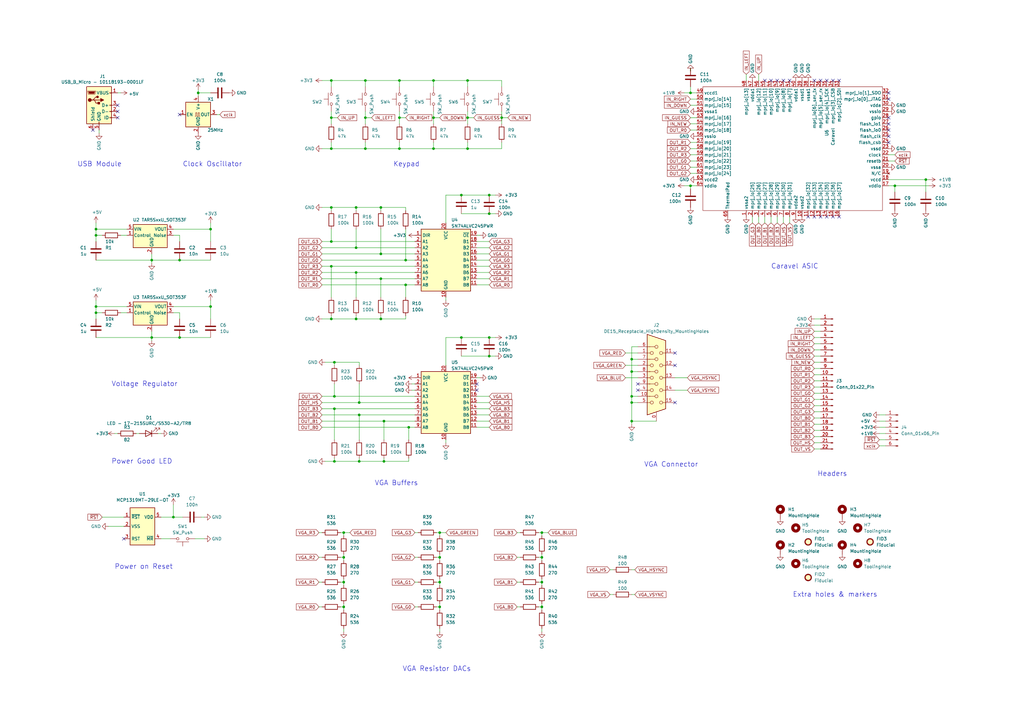
<source format=kicad_sch>
(kicad_sch (version 20231120) (generator "eeschema") (generator_version "8.0")
  (paper "A3")
  (junction (at 222.25 228.6))
  (junction (at 156.21 85.09))
  (junction (at 191.77 48.26))
  (junction (at 135.89 130.81))
  (junction (at 222.25 248.92))
  (junction (at 200.66 138.43))
  (junction (at 283.21 76.2))
  (junction (at 146.05 130.81))
  (junction (at 259.08 162.56))
  (junction (at 157.48 189.23))
  (junction (at 71.12 212.09))
  (junction (at 135.89 85.09))
  (junction (at 137.16 148.59))
  (junction (at 62.23 138.43))
  (junction (at 180.34 218.44))
  (junction (at 135.89 48.26))
  (junction (at 166.37 116.84))
  (junction (at 222.25 218.44))
  (junction (at 147.32 165.1))
  (junction (at 135.89 33.02))
  (junction (at 156.21 114.3))
  (junction (at 200.66 80.01))
  (junction (at 137.16 162.56))
  (junction (at 39.37 128.27))
  (junction (at 379.73 73.66))
  (junction (at 163.83 33.02))
  (junction (at 191.77 33.02))
  (junction (at 189.23 138.43))
  (junction (at 166.37 106.68))
  (junction (at 149.86 48.26))
  (junction (at 73.66 106.68))
  (junction (at 39.37 96.52))
  (junction (at 137.16 167.64))
  (junction (at 156.21 130.81))
  (junction (at 146.05 111.76))
  (junction (at 157.48 172.72))
  (junction (at 149.86 60.96))
  (junction (at 259.08 147.32))
  (junction (at 39.37 93.98))
  (junction (at 81.28 38.1))
  (junction (at 189.23 80.01))
  (junction (at 177.8 48.26))
  (junction (at 200.66 146.05))
  (junction (at 259.08 172.72))
  (junction (at 167.64 175.26))
  (junction (at 259.08 165.1))
  (junction (at 283.21 38.1))
  (junction (at 147.32 189.23))
  (junction (at 86.36 125.73))
  (junction (at 73.66 138.43))
  (junction (at 200.66 87.63))
  (junction (at 163.83 60.96))
  (junction (at 367.03 76.2))
  (junction (at 177.8 60.96))
  (junction (at 177.8 33.02))
  (junction (at 149.86 33.02))
  (junction (at 163.83 48.26))
  (junction (at 140.97 228.6))
  (junction (at 135.89 99.06))
  (junction (at 62.23 106.68))
  (junction (at 39.37 125.73))
  (junction (at 135.89 60.96))
  (junction (at 259.08 152.4))
  (junction (at 140.97 248.92))
  (junction (at 86.36 93.98))
  (junction (at 137.16 189.23))
  (junction (at 205.74 48.26))
  (junction (at 147.32 170.18))
  (junction (at 156.21 104.14))
  (junction (at 140.97 238.76))
  (junction (at 180.34 248.92))
  (junction (at 135.89 109.22))
  (junction (at 146.05 101.6))
  (junction (at 222.25 238.76))
  (junction (at 191.77 60.96))
  (junction (at 146.05 85.09))
  (junction (at 180.34 228.6))
  (junction (at 180.34 238.76))
  (junction (at 140.97 218.44))
  (no_connect (at 195.58 160.02))
  (no_connect (at 334.01 88.9))
  (no_connect (at 339.09 33.02))
  (no_connect (at 344.17 33.02))
  (no_connect (at 334.01 33.02))
  (no_connect (at 364.49 53.34))
  (no_connect (at 336.55 33.02))
  (no_connect (at 321.31 33.02))
  (no_connect (at 341.63 88.9))
  (no_connect (at 318.77 33.02))
  (no_connect (at 339.09 88.9))
  (no_connect (at 195.58 157.48))
  (no_connect (at 261.62 160.02))
  (no_connect (at 48.26 45.72))
  (no_connect (at 276.86 144.78))
  (no_connect (at 73.66 46.99))
  (no_connect (at 50.8 220.98))
  (no_connect (at 364.49 58.42))
  (no_connect (at 364.49 55.88))
  (no_connect (at 261.62 157.48))
  (no_connect (at 364.49 48.26))
  (no_connect (at 364.49 40.64))
  (no_connect (at 313.69 33.02))
  (no_connect (at 48.26 48.26))
  (no_connect (at 364.49 38.1))
  (no_connect (at 276.86 149.86))
  (no_connect (at 276.86 165.1))
  (no_connect (at 38.1 53.34))
  (no_connect (at 323.85 33.02))
  (no_connect (at 331.47 88.9))
  (no_connect (at 48.26 43.18))
  (no_connect (at 316.23 33.02))
  (no_connect (at 336.55 88.9))
  (no_connect (at 341.63 33.02))
  (no_connect (at 344.17 88.9))
  (no_connect (at 364.49 50.8))
  (wire (pts (xy 334.01 181.61) (xy 336.55 181.61)))
  (wire (pts (xy 39.37 96.52) (xy 39.37 99.06)))
  (wire (pts (xy 86.36 93.98) (xy 86.36 99.06)))
  (wire (pts (xy 336.55 163.83) (xy 334.01 163.83)))
  (wire (pts (xy 135.89 85.09) (xy 135.89 86.36)))
  (wire (pts (xy 222.25 227.33) (xy 222.25 228.6)))
  (wire (pts (xy 167.64 189.23) (xy 167.64 187.96)))
  (wire (pts (xy 62.23 135.89) (xy 62.23 138.43)))
  (wire (pts (xy 81.28 39.37) (xy 81.28 38.1)))
  (wire (pts (xy 180.34 218.44) (xy 180.34 219.71)))
  (wire (pts (xy 44.45 215.9) (xy 50.8 215.9)))
  (wire (pts (xy 180.34 238.76) (xy 180.34 240.03)))
  (wire (pts (xy 195.58 167.64) (xy 200.66 167.64)))
  (wire (pts (xy 147.32 170.18) (xy 147.32 180.34)))
  (wire (pts (xy 336.55 153.67) (xy 334.01 153.67)))
  (wire (pts (xy 170.18 238.76) (xy 171.45 238.76)))
  (wire (pts (xy 195.58 175.26) (xy 200.66 175.26)))
  (wire (pts (xy 191.77 48.26) (xy 194.31 48.26)))
  (wire (pts (xy 200.66 146.05) (xy 203.2 146.05)))
  (wire (pts (xy 81.28 36.83) (xy 81.28 38.1)))
  (wire (pts (xy 191.77 58.42) (xy 191.77 60.96)))
  (wire (pts (xy 146.05 85.09) (xy 156.21 85.09)))
  (wire (pts (xy 182.88 180.34) (xy 182.88 181.61)))
  (wire (pts (xy 86.36 123.19) (xy 86.36 125.73)))
  (wire (pts (xy 334.01 173.99) (xy 336.55 173.99)))
  (wire (pts (xy 81.28 38.1) (xy 86.36 38.1)))
  (wire (pts (xy 170.18 218.44) (xy 171.45 218.44)))
  (wire (pts (xy 360.68 175.26) (xy 363.22 175.26)))
  (wire (pts (xy 135.89 130.81) (xy 146.05 130.81)))
  (wire (pts (xy 336.55 156.21) (xy 334.01 156.21)))
  (wire (pts (xy 182.88 149.86) (xy 182.88 138.43)))
  (wire (pts (xy 166.37 116.84) (xy 170.18 116.84)))
  (wire (pts (xy 336.55 161.29) (xy 334.01 161.29)))
  (wire (pts (xy 189.23 87.63) (xy 200.66 87.63)))
  (wire (pts (xy 147.32 157.48) (xy 147.32 165.1)))
  (wire (pts (xy 336.55 146.05) (xy 334.01 146.05)))
  (wire (pts (xy 132.08 85.09) (xy 135.89 85.09)))
  (wire (pts (xy 259.08 147.32) (xy 261.62 147.32)))
  (wire (pts (xy 189.23 138.43) (xy 200.66 138.43)))
  (wire (pts (xy 367.03 63.5) (xy 364.49 63.5)))
  (wire (pts (xy 189.23 80.01) (xy 200.66 80.01)))
  (wire (pts (xy 336.55 168.91) (xy 334.01 168.91)))
  (wire (pts (xy 135.89 58.42) (xy 135.89 60.96)))
  (wire (pts (xy 137.16 167.64) (xy 170.18 167.64)))
  (wire (pts (xy 283.21 38.1) (xy 285.75 38.1)))
  (wire (pts (xy 71.12 125.73) (xy 86.36 125.73)))
  (wire (pts (xy 250.19 243.84) (xy 251.46 243.84)))
  (wire (pts (xy 205.74 48.26) (xy 205.74 50.8)))
  (wire (pts (xy 212.09 218.44) (xy 213.36 218.44)))
  (wire (pts (xy 220.98 228.6) (xy 222.25 228.6)))
  (wire (pts (xy 191.77 45.72) (xy 191.77 48.26)))
  (wire (pts (xy 147.32 148.59) (xy 147.32 149.86)))
  (wire (pts (xy 179.07 218.44) (xy 180.34 218.44)))
  (wire (pts (xy 180.34 257.81) (xy 180.34 259.08)))
  (wire (pts (xy 41.91 212.09) (xy 50.8 212.09)))
  (wire (pts (xy 220.98 238.76) (xy 222.25 238.76)))
  (wire (pts (xy 285.75 53.34) (xy 283.21 53.34)))
  (wire (pts (xy 336.55 151.13) (xy 334.01 151.13)))
  (wire (pts (xy 167.64 175.26) (xy 167.64 180.34)))
  (wire (pts (xy 195.58 172.72) (xy 200.66 172.72)))
  (wire (pts (xy 135.89 33.02) (xy 149.86 33.02)))
  (wire (pts (xy 135.89 109.22) (xy 170.18 109.22)))
  (wire (pts (xy 168.91 157.48) (xy 170.18 157.48)))
  (wire (pts (xy 139.7 248.92) (xy 140.97 248.92)))
  (wire (pts (xy 177.8 48.26) (xy 177.8 50.8)))
  (wire (pts (xy 62.23 107.95) (xy 62.23 106.68)))
  (wire (pts (xy 336.55 143.51) (xy 334.01 143.51)))
  (wire (pts (xy 137.16 162.56) (xy 170.18 162.56)))
  (wire (pts (xy 313.69 91.44) (xy 313.69 88.9)))
  (wire (pts (xy 40.64 53.34) (xy 40.64 54.61)))
  (wire (pts (xy 71.12 93.98) (xy 86.36 93.98)))
  (wire (pts (xy 163.83 48.26) (xy 163.83 50.8)))
  (wire (pts (xy 166.37 86.36) (xy 166.37 85.09)))
  (wire (pts (xy 149.86 35.56) (xy 149.86 33.02)))
  (wire (pts (xy 86.36 125.73) (xy 86.36 130.81)))
  (wire (pts (xy 146.05 101.6) (xy 170.18 101.6)))
  (wire (pts (xy 259.08 142.24) (xy 261.62 142.24)))
  (wire (pts (xy 149.86 33.02) (xy 163.83 33.02)))
  (wire (pts (xy 200.66 138.43) (xy 203.2 138.43)))
  (wire (pts (xy 180.34 247.65) (xy 180.34 248.92)))
  (wire (pts (xy 135.89 48.26) (xy 135.89 50.8)))
  (wire (pts (xy 196.85 154.94) (xy 195.58 154.94)))
  (wire (pts (xy 156.21 114.3) (xy 156.21 121.92)))
  (wire (pts (xy 195.58 162.56) (xy 200.66 162.56)))
  (wire (pts (xy 132.08 167.64) (xy 137.16 167.64)))
  (wire (pts (xy 139.7 238.76) (xy 140.97 238.76)))
  (wire (pts (xy 166.37 93.98) (xy 166.37 106.68)))
  (wire (pts (xy 39.37 93.98) (xy 39.37 96.52)))
  (wire (pts (xy 336.55 166.37) (xy 334.01 166.37)))
  (wire (pts (xy 132.08 172.72) (xy 157.48 172.72)))
  (wire (pts (xy 73.66 138.43) (xy 86.36 138.43)))
  (wire (pts (xy 334.01 176.53) (xy 336.55 176.53)))
  (wire (pts (xy 379.73 73.66) (xy 364.49 73.66)))
  (wire (pts (xy 132.08 175.26) (xy 167.64 175.26)))
  (wire (pts (xy 360.68 170.18) (xy 363.22 170.18)))
  (wire (pts (xy 135.89 129.54) (xy 135.89 130.81)))
  (wire (pts (xy 195.58 109.22) (xy 200.66 109.22)))
  (wire (pts (xy 360.68 172.72) (xy 363.22 172.72)))
  (wire (pts (xy 137.16 167.64) (xy 137.16 180.34)))
  (wire (pts (xy 132.08 116.84) (xy 166.37 116.84)))
  (wire (pts (xy 177.8 33.02) (xy 191.77 33.02)))
  (wire (pts (xy 316.23 91.44) (xy 316.23 88.9)))
  (wire (pts (xy 195.58 116.84) (xy 200.66 116.84)))
  (wire (pts (xy 285.75 66.04) (xy 283.21 66.04)))
  (wire (pts (xy 135.89 93.98) (xy 135.89 99.06)))
  (wire (pts (xy 149.86 48.26) (xy 149.86 50.8)))
  (wire (pts (xy 140.97 237.49) (xy 140.97 238.76)))
  (wire (pts (xy 130.81 218.44) (xy 132.08 218.44)))
  (wire (pts (xy 189.23 146.05) (xy 200.66 146.05)))
  (wire (pts (xy 132.08 114.3) (xy 156.21 114.3)))
  (wire (pts (xy 195.58 106.68) (xy 200.66 106.68)))
  (wire (pts (xy 49.53 96.52) (xy 52.07 96.52)))
  (wire (pts (xy 321.31 91.44) (xy 321.31 88.9)))
  (wire (pts (xy 146.05 130.81) (xy 156.21 130.81)))
  (wire (pts (xy 132.08 162.56) (xy 137.16 162.56)))
  (wire (pts (xy 39.37 130.81) (xy 39.37 128.27)))
  (wire (pts (xy 285.75 60.96) (xy 283.21 60.96)))
  (wire (pts (xy 196.85 96.52) (xy 195.58 96.52)))
  (wire (pts (xy 166.37 106.68) (xy 170.18 106.68)))
  (wire (pts (xy 156.21 130.81) (xy 166.37 130.81)))
  (wire (pts (xy 379.73 73.66) (xy 379.73 78.74)))
  (wire (pts (xy 191.77 48.26) (xy 191.77 50.8)))
  (wire (pts (xy 71.12 96.52) (xy 73.66 96.52)))
  (wire (pts (xy 132.08 109.22) (xy 135.89 109.22)))
  (wire (pts (xy 285.75 40.64) (xy 283.21 40.64)))
  (wire (pts (xy 195.58 104.14) (xy 200.66 104.14)))
  (wire (pts (xy 179.07 238.76) (xy 180.34 238.76)))
  (wire (pts (xy 156.21 85.09) (xy 166.37 85.09)))
  (wire (pts (xy 49.53 128.27) (xy 52.07 128.27)))
  (wire (pts (xy 259.08 243.84) (xy 260.35 243.84)))
  (wire (pts (xy 283.21 76.2) (xy 285.75 76.2)))
  (wire (pts (xy 146.05 93.98) (xy 146.05 101.6)))
  (wire (pts (xy 179.07 248.92) (xy 180.34 248.92)))
  (wire (pts (xy 146.05 111.76) (xy 146.05 121.92)))
  (wire (pts (xy 73.66 128.27) (xy 73.66 130.81)))
  (wire (pts (xy 149.86 45.72) (xy 149.86 48.26)))
  (wire (pts (xy 259.08 165.1) (xy 261.62 165.1)))
  (wire (pts (xy 149.86 58.42) (xy 149.86 60.96)))
  (wire (pts (xy 66.04 212.09) (xy 71.12 212.09)))
  (wire (pts (xy 55.88 177.8) (xy 57.15 177.8)))
  (wire (pts (xy 132.08 130.81) (xy 135.89 130.81)))
  (wire (pts (xy 311.15 91.44) (xy 311.15 88.9)))
  (wire (pts (xy 367.03 66.04) (xy 364.49 66.04)))
  (wire (pts (xy 281.94 154.94) (xy 276.86 154.94)))
  (wire (pts (xy 146.05 111.76) (xy 170.18 111.76)))
  (wire (pts (xy 135.89 109.22) (xy 135.89 121.92)))
  (wire (pts (xy 177.8 48.26) (xy 180.34 48.26)))
  (wire (pts (xy 157.48 172.72) (xy 157.48 180.34)))
  (wire (pts (xy 146.05 129.54) (xy 146.05 130.81)))
  (wire (pts (xy 73.66 106.68) (xy 86.36 106.68)))
  (wire (pts (xy 220.98 218.44) (xy 222.25 218.44)))
  (wire (pts (xy 71.12 212.09) (xy 74.93 212.09)))
  (wire (pts (xy 140.97 247.65) (xy 140.97 248.92)))
  (wire (pts (xy 259.08 165.1) (xy 259.08 162.56)))
  (wire (pts (xy 180.34 228.6) (xy 180.34 229.87)))
  (wire (pts (xy 177.8 60.96) (xy 191.77 60.96)))
  (wire (pts (xy 336.55 140.97) (xy 334.01 140.97)))
  (wire (pts (xy 256.54 144.78) (xy 261.62 144.78)))
  (wire (pts (xy 130.81 238.76) (xy 132.08 238.76)))
  (wire (pts (xy 177.8 35.56) (xy 177.8 33.02)))
  (wire (pts (xy 280.67 76.2) (xy 283.21 76.2)))
  (wire (pts (xy 259.08 162.56) (xy 261.62 162.56)))
  (wire (pts (xy 195.58 114.3) (xy 200.66 114.3)))
  (wire (pts (xy 283.21 29.21) (xy 283.21 27.94)))
  (wire (pts (xy 283.21 35.56) (xy 283.21 38.1)))
  (wire (pts (xy 132.08 111.76) (xy 146.05 111.76)))
  (wire (pts (xy 195.58 111.76) (xy 200.66 111.76)))
  (wire (pts (xy 139.7 228.6) (xy 140.97 228.6)))
  (wire (pts (xy 177.8 58.42) (xy 177.8 60.96)))
  (wire (pts (xy 318.77 91.44) (xy 318.77 88.9)))
  (wire (pts (xy 285.75 63.5) (xy 283.21 63.5)))
  (wire (pts (xy 259.08 172.72) (xy 259.08 173.99)))
  (wire (pts (xy 222.25 218.44) (xy 224.79 218.44)))
  (wire (pts (xy 222.25 228.6) (xy 222.25 229.87)))
  (wire (pts (xy 222.25 218.44) (xy 222.25 219.71)))
  (wire (pts (xy 62.23 104.14) (xy 62.23 106.68)))
  (wire (pts (xy 205.74 45.72) (xy 205.74 48.26)))
  (wire (pts (xy 149.86 60.96) (xy 163.83 60.96)))
  (wire (pts (xy 250.19 233.68) (xy 251.46 233.68)))
  (wire (pts (xy 156.21 114.3) (xy 170.18 114.3)))
  (wire (pts (xy 336.55 138.43) (xy 334.01 138.43)))
  (wire (pts (xy 137.16 148.59) (xy 137.16 149.86)))
  (wire (pts (xy 367.03 78.74) (xy 367.03 76.2)))
  (wire (pts (xy 157.48 189.23) (xy 167.64 189.23)))
  (wire (pts (xy 180.34 237.49) (xy 180.34 238.76)))
  (wire (pts (xy 283.21 76.2) (xy 283.21 77.47)))
  (wire (pts (xy 259.08 152.4) (xy 259.08 147.32)))
  (wire (pts (xy 308.61 91.44) (xy 308.61 88.9)))
  (wire (pts (xy 163.83 45.72) (xy 163.83 48.26)))
  (wire (pts (xy 132.08 33.02) (xy 135.89 33.02)))
  (wire (pts (xy 135.89 45.72) (xy 135.89 48.26)))
  (wire (pts (xy 222.25 237.49) (xy 222.25 238.76)))
  (wire (pts (xy 132.08 106.68) (xy 166.37 106.68)))
  (wire (pts (xy 283.21 43.18) (xy 285.75 43.18)))
  (wire (pts (xy 166.37 130.81) (xy 166.37 129.54)))
  (wire (pts (xy 379.73 73.66) (xy 381 73.66)))
  (wire (pts (xy 167.64 175.26) (xy 170.18 175.26)))
  (wire (pts (xy 130.81 248.92) (xy 132.08 248.92)))
  (wire (pts (xy 334.01 184.15) (xy 336.55 184.15)))
  (wire (pts (xy 168.91 160.02) (xy 170.18 160.02)))
  (wire (pts (xy 132.08 101.6) (xy 146.05 101.6)))
  (wire (pts (xy 147.32 165.1) (xy 170.18 165.1)))
  (wire (pts (xy 140.97 238.76) (xy 140.97 240.03)))
  (wire (pts (xy 280.67 38.1) (xy 283.21 38.1)))
  (wire (pts (xy 132.08 104.14) (xy 156.21 104.14)))
  (wire (pts (xy 156.21 85.09) (xy 156.21 86.36)))
  (wire (pts (xy 140.97 227.33) (xy 140.97 228.6)))
  (wire (pts (xy 311.15 30.48) (xy 311.15 33.02)))
  (wire (pts (xy 182.88 80.01) (xy 189.23 80.01)))
  (wire (pts (xy 163.83 58.42) (xy 163.83 60.96)))
  (wire (pts (xy 285.75 58.42) (xy 283.21 58.42)))
  (wire (pts (xy 180.34 248.92) (xy 180.34 250.19)))
  (wire (pts (xy 137.16 157.48) (xy 137.16 162.56)))
  (wire (pts (xy 133.35 189.23) (xy 137.16 189.23)))
  (wire (pts (xy 269.24 172.72) (xy 259.08 172.72)))
  (wire (pts (xy 149.86 48.26) (xy 152.4 48.26)))
  (wire (pts (xy 163.83 60.96) (xy 177.8 60.96)))
  (wire (pts (xy 132.08 99.06) (xy 135.89 99.06)))
  (wire (pts (xy 73.66 96.52) (xy 73.66 99.06)))
  (wire (pts (xy 156.21 104.14) (xy 170.18 104.14)))
  (wire (pts (xy 334.01 171.45) (xy 336.55 171.45)))
  (wire (pts (xy 156.21 93.98) (xy 156.21 104.14)))
  (wire (pts (xy 71.12 212.09) (xy 71.12 207.01)))
  (wire (pts (xy 166.37 116.84) (xy 166.37 121.92)))
  (wire (pts (xy 195.58 99.06) (xy 200.66 99.06)))
  (wire (pts (xy 205.74 58.42) (xy 205.74 60.96)))
  (wire (pts (xy 39.37 138.43) (xy 62.23 138.43)))
  (wire (pts (xy 256.54 154.94) (xy 261.62 154.94)))
  (wire (pts (xy 140.97 257.81) (xy 140.97 259.08)))
  (wire (pts (xy 163.83 35.56) (xy 163.83 33.02)))
  (wire (pts (xy 130.81 228.6) (xy 132.08 228.6)))
  (wire (pts (xy 281.94 160.02) (xy 276.86 160.02)))
  (wire (pts (xy 259.08 162.56) (xy 259.08 152.4)))
  (wire (pts (xy 39.37 125.73) (xy 52.07 125.73)))
  (wire (pts (xy 222.25 248.92) (xy 222.25 250.19)))
  (wire (pts (xy 132.08 165.1) (xy 147.32 165.1)))
  (wire (pts (xy 323.85 91.44) (xy 323.85 88.9)))
  (wire (pts (xy 163.83 48.26) (xy 166.37 48.26)))
  (wire (pts (xy 137.16 189.23) (xy 147.32 189.23)))
  (wire (pts (xy 137.16 148.59) (xy 147.32 148.59)))
  (wire (pts (xy 139.7 218.44) (xy 140.97 218.44)))
  (wire (pts (xy 360.68 180.34) (xy 363.22 180.34)))
  (wire (pts (xy 82.55 212.09) (xy 83.82 212.09)))
  (wire (pts (xy 336.55 133.35) (xy 334.01 133.35)))
  (wire (pts (xy 179.07 228.6) (xy 180.34 228.6)))
  (wire (pts (xy 39.37 125.73) (xy 39.37 128.27)))
  (wire (pts (xy 147.32 189.23) (xy 147.32 187.96)))
  (wire (pts (xy 86.36 91.44) (xy 86.36 93.98)))
  (wire (pts (xy 259.08 147.32) (xy 259.08 142.24)))
  (wire (pts (xy 180.34 227.33) (xy 180.34 228.6)))
  (wire (pts (xy 135.89 60.96) (xy 149.86 60.96)))
  (wire (pts (xy 46.99 177.8) (xy 48.26 177.8)))
  (wire (pts (xy 132.08 170.18) (xy 147.32 170.18)))
  (wire (pts (xy 132.08 60.96) (xy 135.89 60.96)))
  (wire (pts (xy 212.09 228.6) (xy 213.36 228.6)))
  (wire (pts (xy 39.37 96.52) (xy 41.91 96.52)))
  (wire (pts (xy 135.89 35.56) (xy 135.89 33.02)))
  (wire (pts (xy 62.23 138.43) (xy 62.23 139.7)))
  (wire (pts (xy 285.75 48.26) (xy 283.21 48.26)))
  (wire (pts (xy 360.68 177.8) (xy 363.22 177.8)))
  (wire (pts (xy 367.03 76.2) (xy 364.49 76.2)))
  (wire (pts (xy 195.58 165.1) (xy 200.66 165.1)))
  (wire (pts (xy 135.89 85.09) (xy 146.05 85.09)))
  (wire (pts (xy 133.35 148.59) (xy 137.16 148.59)))
  (wire (pts (xy 360.68 182.88) (xy 363.22 182.88)))
  (wire (pts (xy 71.12 128.27) (xy 73.66 128.27)))
  (wire (pts (xy 137.16 189.23) (xy 137.16 187.96)))
  (wire (pts (xy 156.21 129.54) (xy 156.21 130.81)))
  (wire (pts (xy 177.8 45.72) (xy 177.8 48.26)))
  (wire (pts (xy 62.23 138.43) (xy 73.66 138.43)))
  (wire (pts (xy 334.01 179.07) (xy 336.55 179.07)))
  (wire (pts (xy 222.25 238.76) (xy 222.25 240.03)))
  (wire (pts (xy 285.75 50.8) (xy 283.21 50.8)))
  (wire (pts (xy 170.18 248.92) (xy 171.45 248.92)))
  (wire (pts (xy 147.32 170.18) (xy 170.18 170.18)))
  (wire (pts (xy 146.05 85.09) (xy 146.05 86.36)))
  (wire (pts (xy 336.55 135.89) (xy 334.01 135.89)))
  (wire (pts (xy 170.18 228.6) (xy 171.45 228.6)))
  (wire (pts (xy 212.09 248.92) (xy 213.36 248.92)))
  (wire (pts (xy 147.32 189.23) (xy 157.48 189.23)))
  (wire (pts (xy 135.89 48.26) (xy 138.43 48.26)))
  (wire (pts (xy 180.34 218.44) (xy 182.88 218.44)))
  (wire (pts (xy 285.75 71.12) (xy 283.21 71.12)))
  (wire (pts (xy 66.04 220.98) (xy 69.85 220.98)))
  (wire (pts (xy 135.89 99.06) (xy 170.18 99.06)))
  (wire (pts (xy 222.25 247.65) (xy 222.25 248.92)))
  (wire (pts (xy 140.97 248.92) (xy 140.97 250.19)))
  (wire (pts (xy 336.55 130.81) (xy 334.01 130.81)))
  (wire (pts (xy 39.37 91.44) (xy 39.37 93.98)))
  (wire (pts (xy 80.01 220.98) (xy 83.82 220.98)))
  (wire (pts (xy 200.66 80.01) (xy 203.2 80.01)))
  (wire (pts (xy 259.08 152.4) (xy 261.62 152.4)))
  (wire (pts (xy 205.74 35.56) (xy 205.74 33.02)))
  (wire (pts (xy 140.97 218.44) (xy 140.97 219.71)))
  (wire (pts (xy 336.55 148.59) (xy 334.01 148.59)))
  (wire (pts (xy 205.74 48.26) (xy 208.28 48.26)))
  (wire (pts (xy 140.97 218.44) (xy 143.51 218.44)))
  (wire (pts (xy 212.09 238.76) (xy 213.36 238.76)))
  (wire (pts (xy 48.26 38.1) (xy 49.53 38.1)))
  (wire (pts (xy 195.58 170.18) (xy 200.66 170.18)))
  (wire (pts (xy 64.77 177.8) (xy 66.04 177.8)))
  (wire (pts (xy 39.37 123.19) (xy 39.37 125.73)))
  (wire (pts (xy 163.83 33.02) (xy 177.8 33.02)))
  (wire (pts (xy 62.23 106.68) (xy 73.66 106.68)))
  (wire (pts (xy 182.88 91.44) (xy 182.88 80.01)))
  (wire (pts (xy 140.97 228.6) (xy 140.97 229.87)))
  (wire (pts (xy 182.88 138.43) (xy 189.23 138.43)))
  (wire (pts (xy 39.37 106.68) (xy 62.23 106.68)))
  (wire (pts (xy 367.03 76.2) (xy 381 76.2)))
  (wire (pts (xy 191.77 33.02) (xy 205.74 33.02)))
  (wire (pts (xy 222.25 257.81) (xy 222.25 259.08)))
  (wire (pts (xy 220.98 248.92) (xy 222.25 248.92)))
  (wire (pts (xy 39.37 128.27) (xy 41.91 128.27)))
  (wire (pts (xy 88.9 46.99) (xy 90.17 46.99)))
  (wire (pts (xy 157.48 189.23) (xy 157.48 187.96)))
  (wire (pts (xy 195.58 101.6) (xy 200.66 101.6)))
  (wire (pts (xy 306.07 30.48) (xy 306.07 33.02)))
  (wire (pts (xy 191.77 35.56) (xy 191.77 33.02)))
  (wire (pts (xy 259.08 172.72) (xy 259.08 165.1)))
  (wire (pts (xy 182.88 121.92) (xy 182.88 123.19)))
  (wire (pts (xy 39.37 93.98) (xy 52.07 93.98)))
  (wire (pts (xy 157.48 172.72) (xy 170.18 172.72)))
  (wire (pts (xy 336.55 158.75) (xy 334.01 158.75)))
  (wire (pts (xy 256.54 149.86) (xy 261.62 149.86)))
  (wire (pts (xy 259.08 233.68) (xy 260.35 233.68)))
  (wire (pts (xy 285.75 68.58) (xy 283.21 68.58)))
  (wire (pts (xy 191.77 60.96) (xy 205.74 60.96)))
  (wire (pts (xy 200.66 87.63) (xy 203.2 87.63)))
  (text "Voltage Regulator\n" (at 45.72 158.75 0) (effects (font (size 2 2)) (justify left bottom)))
  (text "Power Good LED" (at 45.72 190.5 0) (effects (font (size 2 2)) (justify left bottom)))
  (text "VGA Buffers" (at 153.67 199.39 0) (effects (font (size 2 2)) (justify left bottom)))
  (text "USB Module\n" (at 31.75 68.58 0) (effects (font (size 2 2)) (justify left bottom)))
  (text "VGA Connector" (at 264.16 191.77 0) (effects (font (size 2 2)) (justify left bottom)))
  (text "Keypad" (at 161.29 68.58 0) (effects (font (size 2 2)) (justify left bottom)))
  (text "Extra holes & markers" (at 325.12 245.11 0) (effects (font (size 2 2)) (justify left bottom)))
  (text "Headers" (at 335.28 195.58 0) (effects (font (size 2 2)) (justify left bottom)))
  (text "Power on Reset" (at 46.99 233.68 0) (effects (font (size 2 2)) (justify left bottom)))
  (text "Clock Oscillator" (at 74.93 68.58 0) (effects (font (size 2 2)) (justify left bottom)))
  (text "Caravel ASIC" (at 316.23 110.49 0) (effects (font (size 2 2)) (justify left bottom)))
  (text "VGA Resistor DACs" (at 165.1 275.59 0) (effects (font (size 2 2)) (justify left bottom)))
  (global_label "OUT_R0" (shape input) (at 132.08 116.84 180) (property "Intersheetrefs" "${INTERSHEET_REFS}" (effects (hide yes))))
  (global_label "VGA_VS" (shape input) (at 250.19 243.84 180) (property "Intersheetrefs" "${INTERSHEET_REFS}" (effects (hide yes))))
  (global_label "OUT_B0" (shape input) (at 334.01 171.45 180) (property "Intersheetrefs" "${INTERSHEET_REFS}" (effects (hide yes))))
  (global_label "IN_NEW" (shape input) (at 283.21 50.8 180) (property "Intersheetrefs" "${INTERSHEET_REFS}" (effects (hide yes))))
  (global_label "OUT_R3" (shape input) (at 283.21 63.5 180) (property "Intersheetrefs" "${INTERSHEET_REFS}" (effects (hide yes))))
  (global_label "VGA_B3" (shape input) (at 200.66 167.64 0) (property "Intersheetrefs" "${INTERSHEET_REFS}" (effects (hide yes))))
  (global_label "VGA_G1" (shape input) (at 170.18 238.76 180) (property "Intersheetrefs" "${INTERSHEET_REFS}" (effects (hide yes))))
  (global_label "OUT_R0" (shape input) (at 283.21 53.34 180) (property "Intersheetrefs" "${INTERSHEET_REFS}" (effects (hide yes))))
  (global_label "OUT_B0" (shape input) (at 311.15 91.44 270) (property "Intersheetrefs" "${INTERSHEET_REFS}" (effects (hide yes))))
  (global_label "OUT_G0" (shape input) (at 283.21 66.04 180) (property "Intersheetrefs" "${INTERSHEET_REFS}" (effects (hide yes))))
  (global_label "~{RST}" (shape input) (at 360.68 180.34 180) (property "Intersheetrefs" "${INTERSHEET_REFS}" (effects (hide yes))))
  (global_label "VGA_R1" (shape input) (at 130.81 238.76 180) (property "Intersheetrefs" "${INTERSHEET_REFS}" (effects (hide yes))))
  (global_label "xclk" (shape input) (at 90.17 46.99 0) (property "Intersheetrefs" "${INTERSHEET_REFS}" (effects (hide yes))))
  (global_label "VGA_G0" (shape input) (at 200.66 106.68 0) (property "Intersheetrefs" "${INTERSHEET_REFS}" (effects (hide yes))))
  (global_label "OUT_VS" (shape input) (at 132.08 162.56 180) (property "Intersheetrefs" "${INTERSHEET_REFS}" (effects (hide yes))))
  (global_label "VGA_VSYNC" (shape input) (at 281.94 160.02 0) (property "Intersheetrefs" "${INTERSHEET_REFS}" (effects (hide yes))))
  (global_label "IN_GUESS" (shape input) (at 283.21 48.26 180) (property "Intersheetrefs" "${INTERSHEET_REFS}" (effects (hide yes))))
  (global_label "IN_LEFT" (shape input) (at 306.07 30.48 90) (property "Intersheetrefs" "${INTERSHEET_REFS}" (effects (hide yes))))
  (global_label "OUT_B3" (shape input) (at 132.08 167.64 180) (property "Intersheetrefs" "${INTERSHEET_REFS}" (effects (hide yes))))
  (global_label "VGA_RED" (shape input) (at 143.51 218.44 0) (property "Intersheetrefs" "${INTERSHEET_REFS}" (effects (hide yes))))
  (global_label "~{RST}" (shape input) (at 367.03 66.04 0) (property "Intersheetrefs" "${INTERSHEET_REFS}" (effects (hide yes))))
  (global_label "IN_UP" (shape input) (at 138.43 48.26 0) (property "Intersheetrefs" "${INTERSHEET_REFS}" (effects (hide yes))))
  (global_label "OUT_G0" (shape input) (at 132.08 106.68 180) (property "Intersheetrefs" "${INTERSHEET_REFS}" (effects (hide yes))))
  (global_label "IN_GUESS" (shape input) (at 194.31 48.26 0) (property "Intersheetrefs" "${INTERSHEET_REFS}" (effects (hide yes))))
  (global_label "OUT_B1" (shape input) (at 334.01 173.99 180) (property "Intersheetrefs" "${INTERSHEET_REFS}" (effects (hide yes))))
  (global_label "OUT_G3" (shape input) (at 334.01 168.91 180) (property "Intersheetrefs" "${INTERSHEET_REFS}" (effects (hide yes))))
  (global_label "xclk" (shape input) (at 360.68 182.88 180) (property "Intersheetrefs" "${INTERSHEET_REFS}" (effects (hide yes))))
  (global_label "IN_NEW" (shape input) (at 208.28 48.26 0) (property "Intersheetrefs" "${INTERSHEET_REFS}" (effects (hide yes))))
  (global_label "OUT_G1" (shape input) (at 334.01 163.83 180) (property "Intersheetrefs" "${INTERSHEET_REFS}" (effects (hide yes))))
  (global_label "VGA_B3" (shape input) (at 212.09 218.44 180) (property "Intersheetrefs" "${INTERSHEET_REFS}" (effects (hide yes))))
  (global_label "OUT_G1" (shape input) (at 132.08 104.14 180) (property "Intersheetrefs" "${INTERSHEET_REFS}" (effects (hide yes))))
  (global_label "OUT_R1" (shape input) (at 132.08 114.3 180) (property "Intersheetrefs" "${INTERSHEET_REFS}" (effects (hide yes))))
  (global_label "OUT_R0" (shape input) (at 334.01 151.13 180) (property "Intersheetrefs" "${INTERSHEET_REFS}" (effects (hide yes))))
  (global_label "VGA_B2" (shape input) (at 200.66 170.18 0) (property "Intersheetrefs" "${INTERSHEET_REFS}" (effects (hide yes))))
  (global_label "OUT_VS" (shape input) (at 323.85 91.44 270) (property "Intersheetrefs" "${INTERSHEET_REFS}" (effects (hide yes))))
  (global_label "xclk" (shape input) (at 367.03 63.5 0) (property "Intersheetrefs" "${INTERSHEET_REFS}" (effects (hide yes))))
  (global_label "IN_NEW" (shape input) (at 334.01 148.59 180) (property "Intersheetrefs" "${INTERSHEET_REFS}" (effects (hide yes))))
  (global_label "~{RST}" (shape input) (at 41.91 212.09 180) (property "Intersheetrefs" "${INTERSHEET_REFS}" (effects (hide yes))))
  (global_label "VGA_B1" (shape input) (at 200.66 172.72 0) (property "Intersheetrefs" "${INTERSHEET_REFS}" (effects (hide yes))))
  (global_label "VGA_RED" (shape input) (at 256.54 144.78 180) (property "Intersheetrefs" "${INTERSHEET_REFS}" (effects (hide yes))))
  (global_label "OUT_R2" (shape input) (at 283.21 60.96 180) (property "Intersheetrefs" "${INTERSHEET_REFS}" (effects (hide yes))))
  (global_label "VGA_B2" (shape input) (at 212.09 228.6 180) (property "Intersheetrefs" "${INTERSHEET_REFS}" (effects (hide yes))))
  (global_label "IN_RIGHT" (shape input) (at 334.01 140.97 180) (property "Intersheetrefs" "${INTERSHEET_REFS}" (effects (hide yes))))
  (global_label "OUT_B3" (shape input) (at 334.01 179.07 180) (property "Intersheetrefs" "${INTERSHEET_REFS}" (effects (hide yes))))
  (global_label "VGA_G1" (shape input) (at 200.66 104.14 0) (property "Intersheetrefs" "${INTERSHEET_REFS}" (effects (hide yes))))
  (global_label "VGA_R3" (shape input) (at 200.66 109.22 0) (property "Intersheetrefs" "${INTERSHEET_REFS}" (effects (hide yes))))
  (global_label "VGA_HSYNC" (shape input) (at 281.94 154.94 0) (property "Intersheetrefs" "${INTERSHEET_REFS}" (effects (hide yes))))
  (global_label "IN_UP" (shape input) (at 334.01 135.89 180) (property "Intersheetrefs" "${INTERSHEET_REFS}" (effects (hide yes))))
  (global_label "OUT_B1" (shape input) (at 313.69 91.44 270) (property "Intersheetrefs" "${INTERSHEET_REFS}" (effects (hide yes))))
  (global_label "OUT_B2" (shape input) (at 334.01 176.53 180) (property "Intersheetrefs" "${INTERSHEET_REFS}" (effects (hide yes))))
  (global_label "OUT_HS" (shape input) (at 334.01 181.61 180) (property "Intersheetrefs" "${INTERSHEET_REFS}" (effects (hide yes))))
  (global_label "OUT_B1" (shape input) (at 132.08 172.72 180) (property "Intersheetrefs" "${INTERSHEET_REFS}" (effects (hide yes))))
  (global_label "VGA_VS" (shape input) (at 200.66 162.56 0) (property "Intersheetrefs" "${INTERSHEET_REFS}" (effects (hide yes))))
  (global_label "OUT_HS" (shape input) (at 321.31 91.44 270) (property "Intersheetrefs" "${INTERSHEET_REFS}" (effects (hide yes))))
  (global_label "OUT_R3" (shape input) (at 132.08 109.22 180) (property "Intersheetrefs" "${INTERSHEET_REFS}" (effects (hide yes))))
  (global_label "IN_UP" (shape input) (at 311.15 30.48 90) (property "Intersheetrefs" "${INTERSHEET_REFS}" (effects (hide yes))))
  (global_label "OUT_B0" (shape input) (at 132.08 175.26 180) (property "Intersheetrefs" "${INTERSHEET_REFS}" (effects (hide yes))))
  (global_label "VGA_G2" (shape input) (at 170.18 228.6 180) (property "Intersheetrefs" "${INTERSHEET_REFS}" (effects (hide yes))))
  (global_label "OUT_B3" (shape input) (at 318.77 91.44 270) (property "Intersheetrefs" "${INTERSHEET_REFS}" (effects (hide yes))))
  (global_label "OUT_HS" (shape input) (at 132.08 165.1 180) (property "Intersheetrefs" "${INTERSHEET_REFS}" (effects (hide yes))))
  (global_label "OUT_G1" (shape input) (at 283.21 68.58 180) (property "Intersheetrefs" "${INTERSHEET_REFS}" (effects (hide yes))))
  (global_label "IN_DOWN" (shape input) (at 180.34 48.26 0) (property "Intersheetrefs" "${INTERSHEET_REFS}" (effects (hide yes))))
  (global_label "VGA_B0" (shape input) (at 212.09 248.92 180) (property "Intersheetrefs" "${INTERSHEET_REFS}" (effects (hide yes))))
  (global_label "OUT_B2" (shape input) (at 132.08 170.18 180) (property "Intersheetrefs" "${INTERSHEET_REFS}" (effects (hide yes))))
  (global_label "VGA_HS" (shape input) (at 250.19 233.68 180) (property "Intersheetrefs" "${INTERSHEET_REFS}" (effects (hide yes))))
  (global_label "VGA_B1" (shape input) (at 212.09 238.76 180) (property "Intersheetrefs" "${INTERSHEET_REFS}" (effects (hide yes))))
  (global_label "VGA_GREEN" (shape input) (at 256.54 149.86 180) (property "Intersheetrefs" "${INTERSHEET_REFS}" (effects (hide yes))))
  (global_label "OUT_G0" (shape input) (at 334.01 161.29 180) (property "Intersheetrefs" "${INTERSHEET_REFS}" (effects (hide yes))))
  (global_label "VGA_BLUE" (shape input) (at 256.54 154.94 180) (property "Intersheetrefs" "${INTERSHEET_REFS}" (effects (hide yes))))
  (global_label "VGA_HS" (shape input) (at 200.66 165.1 0) (property "Intersheetrefs" "${INTERSHEET_REFS}" (effects (hide yes))))
  (global_label "IN_DOWN" (shape input) (at 283.21 43.18 180) (property "Intersheetrefs" "${INTERSHEET_REFS}" (effects (hide yes))))
  (global_label "VGA_BLUE" (shape input) (at 224.79 218.44 0) (property "Intersheetrefs" "${INTERSHEET_REFS}" (effects (hide yes))))
  (global_label "OUT_VS" (shape input) (at 334.01 184.15 180) (property "Intersheetrefs" "${INTERSHEET_REFS}" (effects (hide yes))))
  (global_label "OUT_R1" (shape input) (at 334.01 153.67 180) (property "Intersheetrefs" "${INTERSHEET_REFS}" (effects (hide yes))))
  (global_label "VGA_G3" (shape input) (at 200.66 99.06 0) (property "Intersheetrefs" "${INTERSHEET_REFS}" (effects (hide yes))))
  (global_label "VGA_R3" (shape input) (at 130.81 218.44 180) (property "Intersheetrefs" "${INTERSHEET_REFS}" (effects (hide yes))))
  (global_label "VGA_R0" (shape input) (at 200.66 116.84 0) (property "Intersheetrefs" "${INTERSHEET_REFS}" (effects (hide yes))))
  (global_label "VGA_HSYNC" (shape input) (at 260.35 233.68 0) (property "Intersheetrefs" "${INTERSHEET_REFS}" (effects (hide yes))))
  (global_label "OUT_G2" (shape input) (at 132.08 101.6 180) (property "Intersheetrefs" "${INTERSHEET_REFS}" (effects (hide yes))))
  (global_label "OUT_B2" (shape input) (at 316.23 91.44 270) (property "Intersheetrefs" "${INTERSHEET_REFS}" (effects (hide yes))))
  (global_label "OUT_R2" (shape input) (at 334.01 156.21 180) (property "Intersheetrefs" "${INTERSHEET_REFS}" (effects (hide yes))))
  (global_label "IN_RIGHT" (shape input) (at 283.21 40.64 180) (property "Intersheetrefs" "${INTERSHEET_REFS}" (effects (hide yes))))
  (global_label "VGA_R0" (shape input) (at 130.81 248.92 180) (property "Intersheetrefs" "${INTERSHEET_REFS}" (effects (hide yes))))
  (global_label "OUT_R3" (shape input) (at 334.01 158.75 180) (property "Intersheetrefs" "${INTERSHEET_REFS}" (effects (hide yes))))
  (global_label "VGA_R1" (shape input) (at 200.66 114.3 0) (property "Intersheetrefs" "${INTERSHEET_REFS}" (effects (hide yes))))
  (global_label "OUT_R2" (shape input) (at 132.08 111.76 180) (property "Intersheetrefs" "${INTERSHEET_REFS}" (effects (hide yes))))
  (global_label "IN_LEFT" (shape input) (at 334.01 138.43 180) (property "Intersheetrefs" "${INTERSHEET_REFS}" (effects (hide yes))))
  (global_label "OUT_G3" (shape input) (at 132.08 99.06 180) (property "Intersheetrefs" "${INTERSHEET_REFS}" (effects (hide yes))))
  (global_label "IN_DOWN" (shape input) (at 334.01 143.51 180) (property "Intersheetrefs" "${INTERSHEET_REFS}" (effects (hide yes))))
  (global_label "VGA_VSYNC" (shape input) (at 260.35 243.84 0) (property "Intersheetrefs" "${INTERSHEET_REFS}" (effects (hide yes))))
  (global_label "VGA_B0" (shape input) (at 200.66 175.26 0) (property "Intersheetrefs" "${INTERSHEET_REFS}" (effects (hide yes))))
  (global_label "OUT_G2" (shape input) (at 334.01 166.37 180) (property "Intersheetrefs" "${INTERSHEET_REFS}" (effects (hide yes))))
  (global_label "OUT_G2" (shape input) (at 283.21 71.12 180) (property "Intersheetrefs" "${INTERSHEET_REFS}" (effects (hide yes))))
  (global_label "VGA_G0" (shape input) (at 170.18 248.92 180) (property "Intersheetrefs" "${INTERSHEET_REFS}" (effects (hide yes))))
  (global_label "OUT_R1" (shape input) (at 283.21 58.42 180) (property "Intersheetrefs" "${INTERSHEET_REFS}" (effects (hide yes))))
  (global_label "IN_GUESS" (shape input) (at 334.01 146.05 180) (property "Intersheetrefs" "${INTERSHEET_REFS}" (effects (hide yes))))
  (global_label "VGA_R2" (shape input) (at 200.66 111.76 0) (property "Intersheetrefs" "${INTERSHEET_REFS}" (effects (hide yes))))
  (global_label "VGA_R2" (shape input) (at 130.81 228.6 180) (property "Intersheetrefs" "${INTERSHEET_REFS}" (effects (hide yes))))
  (global_label "IN_LEFT" (shape input) (at 152.4 48.26 0) (property "Intersheetrefs" "${INTERSHEET_REFS}" (effects (hide yes))))
  (global_label "IN_RIGHT" (shape input) (at 166.37 48.26 0) (property "Intersheetrefs" "${INTERSHEET_REFS}" (effects (hide yes))))
  (global_label "VGA_GREEN" (shape input) (at 182.88 218.44 0) (property "Intersheetrefs" "${INTERSHEET_REFS}" (effects (hide yes))))
  (global_label "VGA_G3" (shape input) (at 170.18 218.44 180) (property "Intersheetrefs" "${INTERSHEET_REFS}" (effects (hide yes))))
  (global_label "OUT_G3" (shape input) (at 308.61 91.44 270) (property "Intersheetrefs" "${INTERSHEET_REFS}" (effects (hide yes))))
  (global_label "VGA_G2" (shape input) (at 200.66 101.6 0) (property "Intersheetrefs" "${INTERSHEET_REFS}" (effects (hide yes))))
  (symbol (lib_id "Device:R") (at 217.17 238.76 90) (unit 1)
    (property "Reference" "R43" (at 217.17 232.41 90))
    (property "Value" "536" (at 217.17 234.95 90))
    (property "Footprint" "Resistor_SMD:R_0805_2012Metric" (effects (hide yes)))
  )
  (symbol (lib_id "power:GND") (at 285.75 55.88 270) (unit 1)
    (property "Reference" "#PWR045" (effects (hide yes)))
    (property "Value" "GND" (at 280.67 55.88 90))
  )
  (symbol (lib_id "power:+3V3") (at 360.68 175.26 90) (unit 1)
    (property "Reference" "#PWR058" (effects (hide yes)))
    (property "Value" "+3V3" (at 358.14 175.26 90) (effects (justify left)))
  )
  (symbol (lib_id "Device:R") (at 146.05 125.73 0) (unit 1)
    (property "Reference" "R12" (at 148.59 124.46 0) (effects (justify left)))
    (property "Value" "100k" (at 148.59 127 0) (effects (justify left)))
    (property "Footprint" "Resistor_SMD:R_0805_2012Metric" (effects (hide yes)))
  )
  (symbol (lib_id "Device:C") (at 90.17 38.1 270) (unit 1)
    (property "Reference" "C8" (at 90.17 30.48 90))
    (property "Value" "100n" (at 90.17 33.02 90))
    (property "Footprint" "Capacitor_SMD:C_0805_2012Metric" (effects (hide yes)))
  )
  (symbol (lib_id "Device:R") (at 135.89 218.44 90) (unit 1)
    (property "Reference" "R31" (at 135.89 212.09 90))
    (property "Value" "536" (at 135.89 214.63 90))
    (property "Footprint" "Resistor_SMD:R_0805_2012Metric" (effects (hide yes)))
  )
  (symbol (lib_id "Device:R") (at 175.26 238.76 90) (unit 1)
    (property "Reference" "R35" (at 175.26 232.41 90))
    (property "Value" "536" (at 175.26 234.95 90))
    (property "Footprint" "Resistor_SMD:R_0805_2012Metric" (effects (hide yes)))
  )
  (symbol (lib_id "Device:R") (at 175.26 218.44 90) (unit 1)
    (property "Reference" "R39" (at 175.26 212.09 90))
    (property "Value" "536" (at 175.26 214.63 90))
    (property "Footprint" "Resistor_SMD:R_0805_2012Metric" (effects (hide yes)))
  )
  (symbol (lib_id "Device:R") (at 135.89 238.76 90) (unit 1)
    (property "Reference" "R27" (at 135.89 232.41 90))
    (property "Value" "536" (at 135.89 234.95 90))
    (property "Footprint" "Resistor_SMD:R_0805_2012Metric" (effects (hide yes)))
  )
  (symbol (lib_id "Device:R") (at 157.48 184.15 0) (unit 1)
    (property "Reference" "R19" (at 160.02 182.88 0) (effects (justify left)))
    (property "Value" "100k" (at 160.02 185.42 0) (effects (justify left)))
    (property "Footprint" "Resistor_SMD:R_0805_2012Metric" (effects (hide yes)))
  )
  (symbol (lib_id "Device:R") (at 45.72 128.27 270) (unit 1)
    (property "Reference" "R2" (at 43.18 133.35 90) (effects (justify left)))
    (property "Value" "10k" (at 43.18 130.81 90) (effects (justify left)))
    (property "Footprint" "Resistor_SMD:R_0805_2012Metric" (effects (hide yes)))
  )
  (symbol (lib_id "power:GND") (at 83.82 212.09 90) (unit 1)
    (property "Reference" "#PWR013" (effects (hide yes)))
    (property "Value" "GND" (at 88.9 212.09 90))
  )
  (symbol (lib_id "Device:R") (at 222.25 254 180) (unit 1)
    (property "Reference" "R40" (at 224.79 252.73 0) (effects (justify right)))
    (property "Value" "536" (at 224.79 255.27 0) (effects (justify right)))
    (property "Footprint" "Resistor_SMD:R_0805_2012Metric" (effects (hide yes)))
  )
  (symbol (lib_id "User:SN74ALVC245PWR") (at 182.88 106.68 0) (unit 1)
    (property "Reference" "U4" (at 185.0741 90.17 0) (effects (justify left)))
    (property "Value" "SN74ALVC245PWR" (at 185.0741 92.71 0) (effects (justify left)))
    (property "Footprint" "Package_SO:TSSOP-20_4.4x6.5mm_P0.65mm" (effects (hide yes)))
    (property "Datasheet" "https://www.ti.com/lit/ds/symlink/sn74alvc245.pdf" (effects (hide yes)))
  )
  (symbol (lib_id "Device:R") (at 140.97 254 180) (unit 1)
    (property "Reference" "R24" (at 143.51 252.73 0) (effects (justify right)))
    (property "Value" "536" (at 143.51 255.27 0) (effects (justify right)))
    (property "Footprint" "Resistor_SMD:R_0805_2012Metric" (effects (hide yes)))
  )
  (symbol (lib_id "Device:R") (at 177.8 54.61 0) (unit 1)
    (property "Reference" "R7" (at 180.34 53.34 0) (effects (justify left)))
    (property "Value" "47k" (at 180.34 55.88 0) (effects (justify left)))
    (property "Footprint" "Resistor_SMD:R_0805_2012Metric" (effects (hide yes)))
  )
  (symbol (lib_id "Device:R") (at 137.16 153.67 0) (unit 1)
    (property "Reference" "R23" (at 139.7 152.4 0) (effects (justify left)))
    (property "Value" "100k" (at 139.7 154.94 0) (effects (justify left)))
    (property "Footprint" "Resistor_SMD:R_0805_2012Metric" (effects (hide yes)))
  )
  (symbol (lib_id "power:+3V3") (at 381 76.2 270) (unit 1)
    (property "Reference" "#PWR066" (effects (hide yes)))
    (property "Value" "+3V3" (at 384.81 76.2 90) (effects (justify left)))
  )
  (symbol (lib_id "Device:LED") (at 60.96 177.8 180) (unit 1)
    (property "Reference" "D1" (at 61.1378 171.323 0))
    (property "Value" "LED - 17-215SURC/S530-A2/TR8" (at 61.1378 173.6344 0))
    (property "Footprint" "LED_SMD:LED_1206_3216Metric" (effects (hide yes)))
  )
  (symbol (lib_id "power:+1V8") (at 280.67 38.1 90) (unit 1)
    (property "Reference" "#PWR040" (effects (hide yes)))
    (property "Value" "+1V8" (at 276.86 38.1 90) (effects (justify left)))
  )
  (symbol (lib_id "power:+1V8") (at 360.68 177.8 90) (unit 1)
    (property "Reference" "#PWR068" (effects (hide yes)))
    (property "Value" "+1V8" (at 358.14 177.8 90) (effects (justify left)))
  )
  (symbol (lib_id "Device:R") (at 222.25 233.68 180) (unit 1)
    (property "Reference" "R44" (at 224.79 232.41 0) (effects (justify right)))
    (property "Value" "270" (at 224.79 234.95 0) (effects (justify right)))
    (property "Footprint" "Resistor_SMD:R_0805_2012Metric" (effects (hide yes)))
  )
  (symbol (lib_id "power:GND") (at 196.85 154.94 90) (mirror x) (unit 1)
    (property "Reference" "#PWR033" (effects (hide yes)))
    (property "Value" "GND" (at 201.93 154.94 90))
  )
  (symbol (lib_id "power:GND") (at 379.73 86.36 0) (unit 1)
    (property "Reference" "#PWR064" (effects (hide yes)))
    (property "Value" "GND" (at 379.73 91.44 90))
  )
  (symbol (lib_id "power:GND") (at 320.04 227.33 0) (unit 1)
    (property "Reference" "#PWR070" (effects (hide yes)))
    (property "Value" "GND" (at 320.04 232.41 0))
  )
  (symbol (lib_id "power:GND") (at 168.91 157.48 270) (mirror x) (unit 1)
    (property "Reference" "#PWR025" (effects (hide yes)))
    (property "Value" "GND" (at 163.83 157.48 90))
  )
  (symbol (lib_id "Device:R") (at 180.34 223.52 180) (unit 1)
    (property "Reference" "R38" (at 182.88 222.25 0) (effects (justify right)))
    (property "Value" "270" (at 182.88 224.79 0) (effects (justify right)))
    (property "Footprint" "Resistor_SMD:R_0805_2012Metric" (effects (hide yes)))
  )
  (symbol (lib_id "power:GND") (at 283.21 85.09 0) (unit 1)
    (property "Reference" "#PWR043" (effects (hide yes)))
    (property "Value" "GND" (at 283.21 90.17 90))
  )
  (symbol (lib_id "Device:R") (at 180.34 243.84 180) (unit 1)
    (property "Reference" "R34" (at 182.88 242.57 0) (effects (justify right)))
    (property "Value" "270" (at 182.88 245.11 0) (effects (justify right)))
    (property "Footprint" "Resistor_SMD:R_0805_2012Metric" (effects (hide yes)))
  )
  (symbol (lib_id "power:GND") (at 334.01 130.81 270) (unit 1)
    (property "Reference" "#PWR056" (effects (hide yes)))
    (property "Value" "GND" (at 328.93 130.81 90))
  )
  (symbol (lib_id "Connector:Conn_01x06_Pin") (at 368.3 175.26 0) (mirror y) (unit 1)
    (property "Reference" "J4" (at 369.57 175.26 0) (effects (justify right)))
    (property "Value" "Conn_01x06_Pin" (at 369.57 177.8 0) (effects (justify right)))
    (property "Footprint" "Connector_PinHeader_2.54mm:PinHeader_1x06_P2.54mm_Vertical" (effects (hide yes)))
  )
  (symbol (lib_id "Mechanical:MountingHole") (at 326.39 216.535 0) (unit 1) (in_bom no)
    (property "Reference" "H5" (at 328.93 215.2649 0) (effects (justify left)))
    (property "Value" "ToolingHole" (at 328.93 217.8049 0) (effects (justify left)))
    (property "Footprint" "User:ToolingHole-JLCSMT" (effects (hide yes)))
  )
  (symbol (lib_id "Device:R") (at 191.77 54.61 0) (unit 1)
    (property "Reference" "R8" (at 194.31 53.34 0) (effects (justify left)))
    (property "Value" "47k" (at 194.31 55.88 0) (effects (justify left)))
    (property "Footprint" "Resistor_SMD:R_0805_2012Metric" (effects (hide yes)))
  )
  (symbol (lib_id "power:GND") (at 306.07 88.9 0) (unit 1)
    (property "Reference" "#PWR048" (effects (hide yes)))
    (property "Value" "GND" (at 306.07 93.98 90))
  )
  (symbol (lib_id "power:GND") (at 331.47 33.02 180) (unit 1)
    (property "Reference" "#PWR054" (effects (hide yes)))
    (property "Value" "GND" (at 331.47 27.94 90))
  )
  (symbol (lib_id "Device:C") (at 78.74 212.09 270) (unit 1)
    (property "Reference" "C7" (at 78.74 204.47 90))
    (property "Value" "100n" (at 78.74 207.01 90))
    (property "Footprint" "Capacitor_SMD:C_0805_2012Metric" (effects (hide yes)))
  )
  (symbol (lib_id "power:+3V3") (at 203.2 138.43 270) (mirror x) (unit 1)
    (property "Reference" "#PWR036" (effects (hide yes)))
    (property "Value" "+3V3" (at 209.55 138.43 90))
  )
  (symbol (lib_id "Device:C") (at 86.36 102.87 180) (unit 1)
    (property "Reference" "C3" (at 90.17 101.6 0) (effects (justify right)))
    (property "Value" "10u" (at 90.17 104.14 0) (effects (justify right)))
    (property "Footprint" "Capacitor_SMD:C_0805_2012Metric" (effects (hide yes)))
  )
  (symbol (lib_id "power:GND") (at 326.39 33.02 180) (unit 1)
    (property "Reference" "#PWR050" (effects (hide yes)))
    (property "Value" "GND" (at 326.39 27.94 90))
  )
  (symbol (lib_id "power:GND") (at 328.93 88.9 0) (unit 1)
    (property "Reference" "#PWR053" (effects (hide yes)))
    (property "Value" "GND" (at 328.93 93.98 90))
  )
  (symbol (lib_id "power:GND") (at 182.88 181.61 0) (mirror y) (unit 1)
    (property "Reference" "#PWR031" (effects (hide yes)))
    (property "Value" "GND" (at 182.88 186.69 90))
  )
  (symbol (lib_id "Device:R") (at 166.37 90.17 0) (unit 1)
    (property "Reference" "R14" (at 168.91 88.9 0) (effects (justify left)))
    (property "Value" "100k" (at 168.91 91.44 0) (effects (justify left)))
    (property "Footprint" "Resistor_SMD:R_0805_2012Metric" (effects (hide yes)))
  )
  (symbol (lib_id "Caravel_board:TAR5SxxU_SOT353F") (at 59.69 128.27 0) (unit 1)
    (property "Reference" "U3" (at 55.88 121.92 0))
    (property "Value" "TAR5SxxU_SOT353F" (at 67.31 121.92 0))
    (property "Footprint" "Caravel_Board:SOT-353F" (effects (hide yes)))
    (property "Datasheet" "https://toshiba.semicon-storage.com/info/TAR5S16U_datasheet_en_20220801.pdf?did=764&prodName=TAR5S16U" (effects (hide yes)))
  )
  (symbol (lib_id "Device:R") (at 149.86 54.61 0) (unit 1)
    (property "Reference" "R5" (at 152.4 53.34 0) (effects (justify left)))
    (property "Value" "47k" (at 152.4 55.88 0) (effects (justify left)))
    (property "Footprint" "Resistor_SMD:R_0805_2012Metric" (effects (hide yes)))
  )
  (symbol (lib_id "Device:R") (at 167.64 184.15 0) (unit 1)
    (property "Reference" "R18" (at 170.18 182.88 0) (effects (justify left)))
    (property "Value" "100k" (at 170.18 185.42 0) (effects (justify left)))
    (property "Footprint" "Resistor_SMD:R_0805_2012Metric" (effects (hide yes)))
  )
  (symbol (lib_id "power:GND") (at 364.49 68.58 90) (unit 1)
    (property "Reference" "#PWR062" (effects (hide yes)))
    (property "Value" "GND" (at 369.57 68.58 90))
  )
  (symbol (lib_id "power:GND") (at 132.08 60.96 270) (unit 1)
    (property "Reference" "#PWR019" (effects (hide yes)))
    (property "Value" "GND" (at 127 60.96 90))
  )
  (symbol (lib_id "Device:R") (at 222.25 223.52 180) (unit 1)
    (property "Reference" "R46" (at 224.79 222.25 0) (effects (justify right)))
    (property "Value" "270" (at 224.79 224.79 0) (effects (justify right)))
    (property "Footprint" "Resistor_SMD:R_0805_2012Metric" (effects (hide yes)))
  )
  (symbol (lib_id "power:GND") (at 133.35 189.23 270) (unit 1)
    (property "Reference" "#PWR022" (effects (hide yes)))
    (property "Value" "GND" (at 128.27 189.23 90))
  )
  (symbol (lib_id "power:+5V") (at 39.37 91.44 0) (unit 1)
    (property "Reference" "#PWR01" (effects (hide yes)))
    (property "Value" "+5V" (at 39.751 87.0458 0))
  )
  (symbol (lib_id "power:GND") (at 66.04 177.8 90) (unit 1)
    (property "Reference" "#PWR09" (effects (hide yes)))
    (property "Value" "GND" (at 71.12 177.8 90))
  )
  (symbol (lib_id "Device:R") (at 140.97 233.68 180) (unit 1)
    (property "Reference" "R28" (at 143.51 232.41 0) (effects (justify right)))
    (property "Value" "270" (at 143.51 234.95 0) (effects (justify right)))
    (property "Footprint" "Resistor_SMD:R_0805_2012Metric" (effects (hide yes)))
  )
  (symbol (lib_id "power:GND") (at 93.98 38.1 90) (unit 1)
    (property "Reference" "#PWR017" (effects (hide yes)))
    (property "Value" "GND" (at 99.06 38.1 90))
  )
  (symbol (lib_id "power:+3V3") (at 71.12 207.01 0) (unit 1)
    (property "Reference" "#PWR010" (effects (hide yes)))
    (property "Value" "+3V3" (at 71.12 203.2 0))
  )
  (symbol (lib_id "Device:R") (at 205.74 54.61 0) (unit 1)
    (property "Reference" "R9" (at 208.28 53.34 0) (effects (justify left)))
    (property "Value" "47k" (at 208.28 55.88 0) (effects (justify left)))
    (property "Footprint" "Resistor_SMD:R_0805_2012Metric" (effects (hide yes)))
  )
  (symbol (lib_id "power:GND") (at 345.44 212.725 0) (unit 1)
    (property "Reference" "#PWR071" (effects (hide yes)))
    (property "Value" "GND" (at 345.44 217.805 0))
  )
  (symbol (lib_id "power:GND") (at 83.82 220.98 90) (unit 1)
    (property "Reference" "#PWR014" (effects (hide yes)))
    (property "Value" "GND" (at 88.9 220.98 90))
  )
  (symbol (lib_id "Switch:SW_Push") (at 135.89 40.64 90) (unit 1)
    (property "Reference" "SW2" (at 132.1308 41.8084 90) (effects (justify left)))
    (property "Value" "SW_Push" (at 138.43 46.99 0) (effects (justify left)))
    (property "Footprint" "Button_Switch_SMD:SW_SPST_TL3342" (effects (hide yes)))
  )
  (symbol (lib_id "power:+3V3") (at 81.28 36.83 0) (unit 1)
    (property "Reference" "#PWR011" (effects (hide yes)))
    (property "Value" "+3V3" (at 81.28 33.02 0))
  )
  (symbol (lib_id "power:+5V") (at 49.53 38.1 270) (unit 1)
    (property "Reference" "#PWR06" (effects (hide yes)))
    (property "Value" "+5V" (at 52.7812 38.481 90) (effects (justify left)))
  )
  (symbol (lib_id "power:GND") (at 320.04 212.725 0) (unit 1)
    (property "Reference" "#PWR069" (effects (hide yes)))
    (property "Value" "GND" (at 320.04 217.805 0))
  )
  (symbol (lib_id "power:GND") (at 168.91 160.02 270) (mirror x) (unit 1)
    (property "Reference" "#PWR026" (effects (hide yes)))
    (property "Value" "GND" (at 163.83 160.02 90))
  )
  (symbol (lib_id "Mechanical:MountingHole_Pad") (at 320.04 224.79 0) (unit 1) (in_bom no)
    (property "Reference" "H2" (at 323.215 223.5199 0) (effects (justify left)))
    (property "Value" "MountingHole" (at 323.215 226.0599 0) (effects (justify left)))
    (property "Footprint" "MountingHole:MountingHole_2.7mm_M2.5_Pad_Via" (effects (hide yes)))
  )
  (symbol (lib_id "Device:R") (at 255.27 243.84 90) (unit 1)
    (property "Reference" "R49" (at 255.27 238.76 90))
    (property "Value" "100" (at 255.27 241.3 90))
    (property "Footprint" "Resistor_SMD:R_0805_2012Metric" (effects (hide yes)))
  )
  (symbol (lib_id "Device:R") (at 156.21 125.73 0) (unit 1)
    (property "Reference" "R11" (at 158.75 124.46 0) (effects (justify left)))
    (property "Value" "100k" (at 158.75 127 0) (effects (justify left)))
    (property "Footprint" "Resistor_SMD:R_0805_2012Metric" (effects (hide yes)))
  )
  (symbol (lib_id "power:+5V") (at 360.68 172.72 90) (unit 1)
    (property "Reference" "#PWR067" (effects (hide yes)))
    (property "Value" "+5V" (at 356.87 172.72 90) (effects (justify left)))
  )
  (symbol (lib_id "Mechanical:MountingHole") (at 351.79 231.14 0) (unit 1) (in_bom no)
    (property "Reference" "H8" (at 354.33 229.8699 0) (effects (justify left)))
    (property "Value" "ToolingHole" (at 354.33 232.4099 0) (effects (justify left)))
    (property "Footprint" "User:ToolingHole-JLCSMT" (effects (hide yes)))
  )
  (symbol (lib_id "power:+1V8") (at 86.36 123.19 0) (unit 1)
    (property "Reference" "#PWR016" (effects (hide yes)))
    (property "Value" "+1V8" (at 86.36 119.38 0))
  )
  (symbol (lib_id "power:GND") (at 180.34 259.08 0) (mirror y) (unit 1)
    (property "Reference" "#PWR029" (effects (hide yes)))
    (property "Value" "GND" (at 180.34 264.16 90))
  )
  (symbol (lib_id "Device:R") (at 255.27 233.68 90) (unit 1)
    (property "Reference" "R48" (at 255.27 228.6 90))
    (property "Value" "100" (at 255.27 231.14 90))
    (property "Footprint" "Resistor_SMD:R_0805_2012Metric" (effects (hide yes)))
  )
  (symbol (lib_id "power:+3V3") (at 334.01 133.35 90) (unit 1)
    (property "Reference" "#PWR057" (effects (hide yes)))
    (property "Value" "+3V3" (at 331.47 133.35 90) (effects (justify left)))
  )
  (symbol (lib_id "power:GND") (at 285.75 45.72 270) (unit 1)
    (property "Reference" "#PWR044" (effects (hide yes)))
    (property "Value" "GND" (at 280.67 45.72 90))
  )
  (symbol (lib_id "power:+5V") (at 39.37 123.19 0) (unit 1)
    (property "Reference" "#PWR02" (effects (hide yes)))
    (property "Value" "+5V" (at 39.751 118.7958 0))
  )
  (symbol (lib_id "Device:C") (at 200.66 83.82 0) (unit 1)
    (property "Reference" "C14" (at 204.47 82.55 0) (effects (justify left)))
    (property "Value" "100n" (at 204.47 85.09 0) (effects (justify left)))
    (property "Footprint" "Capacitor_SMD:C_0805_2012Metric" (effects (hide yes)))
  )
  (symbol (lib_id "power:GND") (at 203.2 146.05 90) (mirror x) (unit 1)
    (property "Reference" "#PWR037" (effects (hide yes)))
    (property "Value" "GND" (at 208.28 146.05 90))
  )
  (symbol (lib_id "power:GND") (at 259.08 173.99 0) (mirror y) (unit 1)
    (property "Reference" "#PWR039" (effects (hide yes)))
    (property "Value" "GND" (at 259.08 179.07 90))
  )
  (symbol (lib_id "Device:C") (at 39.37 134.62 180) (unit 1)
    (property "Reference" "C4" (at 35.56 133.35 0) (effects (justify left)))
    (property "Value" "1u" (at 35.56 135.89 0) (effects (justify left)))
    (property "Footprint" "Capacitor_SMD:C_0805_2012Metric" (effects (hide yes)))
  )
  (symbol (lib_id "Caravel_board:MCP1319MT-29LE-OT") (at 58.42 215.9 0) (unit 1)
    (property "Reference" "U1" (at 58.42 202.565 0))
    (property "Value" "MCP1319MT-29LE-OT" (at 58.42 205.105 0))
    (property "Footprint" "Caravel_Board:PoR_5_SOT23" (effects (hide yes)))
    (property "Datasheet" "https://ww1.microchip.com/downloads/en/DeviceDoc/MCP131X-2X-Voltage-Supervisor-DS20001985E.pdf" (effects (hide yes)))
  )
  (symbol (lib_id "Device:C") (at 86.36 134.62 180) (unit 1)
    (property "Reference" "C6" (at 90.17 133.35 0) (effects (justify right)))
    (property "Value" "10u" (at 90.17 135.89 0) (effects (justify right)))
    (property "Footprint" "Capacitor_SMD:C_0805_2012Metric" (effects (hide yes)))
  )
  (symbol (lib_id "Device:R") (at 217.17 218.44 90) (unit 1)
    (property "Reference" "R47" (at 217.17 212.09 90))
    (property "Value" "536" (at 217.17 214.63 90))
    (property "Footprint" "Resistor_SMD:R_0805_2012Metric" (effects (hide yes)))
  )
  (symbol (lib_id "Caravel_board:Caravel") (at 328.93 59.69 90) (unit 1)
    (property "Reference" "U6" (at 339.09 55.88 0) (effects (justify left)))
    (property "Value" "Caravel" (at 341.63 59.69 0) (effects (justify left)))
    (property "Footprint" "Package_DFN_QFN:QFN-64-1EP_9x9mm_P0.5mm_EP7.65x7.65mm" (effects (hide yes)))
  )
  (symbol (lib_id "power:GND") (at 360.68 170.18 270) (unit 1)
    (property "Reference" "#PWR055" (effects (hide yes)))
    (property "Value" "GND" (at 355.6 170.18 90))
  )
  (symbol (lib_id "power:GND") (at 62.23 139.7 0) (unit 1)
    (property "Reference" "#PWR08" (effects (hide yes)))
    (property "Value" "GND" (at 62.23 144.78 90))
  )
  (symbol (lib_id "power:GND") (at 203.2 87.63 90) (mirror x) (unit 1)
    (property "Reference" "#PWR035" (effects (hide yes)))
    (property "Value" "GND" (at 208.28 87.63 90))
  )
  (symbol (lib_id "power:GND") (at 367.03 86.36 0) (unit 1)
    (property "Reference" "#PWR063" (effects (hide yes)))
    (property "Value" "GND" (at 367.03 91.44 90))
  )
  (symbol (lib_id "power:GND") (at 285.75 73.66 270) (unit 1)
    (property "Reference" "#PWR046" (effects (hide yes)))
    (property "Value" "GND" (at 280.67 73.66 90))
  )
  (symbol (lib_id "power:GND") (at 328.93 33.02 180) (unit 1)
    (property "Reference" "#PWR052" (effects (hide yes)))
    (property "Value" "GND" (at 328.93 27.94 90))
  )
  (symbol (lib_id "Device:R") (at 135.89 228.6 90) (unit 1)
    (property "Reference" "R29" (at 135.89 222.25 90))
    (property "Value" "536" (at 135.89 224.79 90))
    (property "Footprint" "Resistor_SMD:R_0805_2012Metric" (effects (hide yes)))
  )
  (symbol (lib_id "Device:R") (at 166.37 125.73 0) (unit 1)
    (property "Reference" "R10" (at 168.91 124.46 0) (effects (justify left)))
    (property "Value" "100k" (at 168.91 127 0) (effects (justify left)))
    (property "Footprint" "Resistor_SMD:R_0805_2012Metric" (effects (hide yes)))
  )
  (symbol (lib_id "Device:C") (at 73.66 134.62 0) (unit 1)
    (property "Reference" "C5" (at 77.47 133.35 0) (effects (justify left)))
    (property "Value" "10n" (at 77.47 135.89 0) (effects (justify left)))
    (property "Footprint" "Capacitor_SMD:C_0805_2012Metric" (effects (hide yes)))
  )
  (symbol (lib_id "power:+3V3") (at 203.2 80.01 270) (mirror x) (unit 1)
    (property "Reference" "#PWR034" (effects (hide yes)))
    (property "Value" "+3V3" (at 209.55 80.01 90))
  )
  (symbol (lib_id "power:GND") (at 133.35 148.59 270) (unit 1)
    (property "Reference" "#PWR023" (effects (hide yes)))
    (property "Value" "GND" (at 128.27 148.59 90))
  )
  (symbol (lib_id "Device:R") (at 147.32 153.67 0) (unit 1)
    (property "Reference" "R22" (at 149.86 152.4 0) (effects (justify left)))
    (property "Value" "100k" (at 149.86 154.94 0) (effects (justify left)))
    (property "Footprint" "Resistor_SMD:R_0805_2012Metric" (effects (hide yes)))
  )
  (symbol (lib_id "power:GND") (at 81.28 54.61 0) (unit 1)
    (property "Reference" "#PWR012" (effects (hide yes)))
    (property "Value" "GND" (at 81.28 59.69 90))
  )
  (symbol (lib_id "power:GND") (at 298.45 88.9 0) (unit 1)
    (property "Reference" "#PWR047" (effects (hide yes)))
    (property "Value" "GND" (at 298.45 93.98 90))
  )
  (symbol (lib_id "Mechanical:Fiducial") (at 331.47 222.25 0) (unit 1) (in_bom no)
    (property "Reference" "FID1" (at 334.01 220.9799 0) (effects (justify left)))
    (property "Value" "Fiducial" (at 334.01 223.5199 0) (effects (justify left)))
    (property "Footprint" "Fiducial:Fiducial_1mm_Mask3mm" (effects (hide yes)))
  )
  (symbol (lib_id "Device:R") (at 52.07 177.8 90) (unit 1)
    (property "Reference" "R3" (at 52.07 175.26 90))
    (property "Value" "82" (at 52.07 180.34 90))
    (property "Footprint" "Resistor_SMD:R_0805_2012Metric" (effects (hide yes)))
  )
  (symbol (lib_id "Oscillator:XO91") (at 81.28 46.99 0) (unit 1)
    (property "Reference" "X1" (at 85.09 40.64 0) (effects (justify left)))
    (property "Value" "25MHz" (at 85.09 53.34 0) (effects (justify left)))
    (property "Footprint" "Oscillator:Oscillator_SMD_ECS_2520MV-xxx-xx-4Pin_2.5x2.0mm" (effects (hide yes)))
    (property "Datasheet" "http://cdn-reichelt.de/documents/datenblatt/B400/XO91.pdf" (effects (hide yes)))
  )
  (symbol (lib_id "Mechanical:MountingHole_Pad") (at 345.44 224.79 0) (unit 1) (in_bom no)
    (property "Reference" "H4" (at 348.615 223.5199 0) (effects (justify left)))
    (property "Value" "MountingHole" (at 348.615 226.0599 0) (effects (justify left)))
    (property "Footprint" "MountingHole:MountingHole_2.7mm_M2.5_Pad_Via" (effects (hide yes)))
  )
  (symbol (lib_id "Device:R") (at 217.17 248.92 90) (unit 1)
    (property "Reference" "R41" (at 217.17 242.57 90))
    (property "Value" "536" (at 217.17 245.11 90))
    (property "Footprint" "Resistor_SMD:R_0805_2012Metric" (effects (hide yes)))
  )
  (symbol (lib_id "Device:R") (at 135.89 90.17 0) (unit 1)
    (property "Reference" "R17" (at 138.43 88.9 0) (effects (justify left)))
    (property "Value" "100k" (at 138.43 91.44 0) (effects (justify left)))
    (property "Footprint" "Resistor_SMD:R_0805_2012Metric" (effects (hide yes)))
  )
  (symbol (lib_id "Device:C") (at 283.21 31.75 180) (unit 1)
    (property "Reference" "C11" (at 287.02 30.48 0) (effects (justify right)))
    (property "Value" "100n" (at 287.02 33.02 0) (effects (justify right)))
    (property "Footprint" "Capacitor_SMD:C_0805_2012Metric" (effects (hide yes)))
  )
  (symbol (lib_id "Device:C") (at 200.66 142.24 0) (unit 1)
    (property "Reference" "C16" (at 204.47 140.97 0) (effects (justify left)))
    (property "Value" "100n" (at 204.47 143.51 0) (effects (justify left)))
    (property "Footprint" "Capacitor_SMD:C_0805_2012Metric" (effects (hide yes)))
  )
  (symbol (lib_id "Connector:DE15_Receptacle_HighDensity_MountingHoles") (at 269.24 154.94 0) (unit 1)
    (property "Reference" "J2" (at 269.24 133.35 0))
    (property "Value" "DE15_Receptacle_HighDensity_MountingHoles" (at 269.24 135.89 0))
    (property "Footprint" "Connector_Dsub:DSUB-15-HD_Female_Horizontal_P2.29x1.98mm_EdgePinOffset8.35mm_Housed_MountingHolesOffset10.89mm" (effects (hide yes)))
    (property "Datasheet" " ~" (effects (hide yes)))
  )
  (symbol (lib_id "power:GND") (at 364.49 43.18 90) (unit 1)
    (property "Reference" "#PWR059" (effects (hide yes)))
    (property "Value" "GND" (at 369.57 43.18 90))
  )
  (symbol (lib_id "Device:R") (at 140.97 223.52 180) (unit 1)
    (property "Reference" "R30" (at 143.51 222.25 0) (effects (justify right)))
    (property "Value" "270" (at 143.51 224.79 0) (effects (justify right)))
    (property "Footprint" "Resistor_SMD:R_0805_2012Metric" (effects (hide yes)))
  )
  (symbol (lib_id "power:GND") (at 326.39 88.9 0) (unit 1)
    (property "Reference" "#PWR051" (effects (hide yes)))
    (property "Value" "GND" (at 326.39 93.98 90))
  )
  (symbol (lib_id "Mechanical:MountingHole_Pad") (at 345.44 210.185 0) (unit 1) (in_bom no)
    (property "Reference" "H3" (at 348.615 208.9149 0) (effects (justify left)))
    (property "Value" "MountingHole" (at 348.615 211.4549 0) (effects (justify left)))
    (property "Footprint" "MountingHole:MountingHole_2.7mm_M2.5_Pad_Via" (effects (hide yes)))
  )
  (symbol (lib_id "Device:C") (at 73.66 102.87 0) (unit 1)
    (property "Reference" "C2" (at 77.47 101.6 0) (effects (justify left)))
    (property "Value" "10n" (at 77.47 104.14 0) (effects (justify left)))
    (property "Footprint" "Capacitor_SMD:C_0805_2012Metric" (effects (hide yes)))
  )
  (symbol (lib_id "power:GND") (at 364.49 45.72 90) (unit 1)
    (property "Reference" "#PWR060" (effects (hide yes)))
    (property "Value" "GND" (at 369.57 45.72 90))
  )
  (symbol (lib_id "power:+3V3") (at 132.08 33.02 90) (unit 1)
    (property "Reference" "#PWR018" (effects (hide yes)))
    (property "Value" "+3V3" (at 128.27 33.02 90) (effects (justify left)))
  )
  (symbol (lib_id "power:+3V3") (at 46.99 177.8 90) (unit 1)
    (property "Reference" "#PWR05" (effects (hide yes)))
    (property "Value" "+3V3" (at 44.45 177.8 90) (effects (justify left)))
  )
  (symbol (lib_id "power:+3V3") (at 170.18 154.94 90) (unit 1)
    (property "Reference" "#PWR028" (effects (hide yes)))
    (property "Value" "+3V3" (at 163.83 154.94 90))
  )
  (symbol (lib_id "power:GND") (at 44.45 215.9 270) (unit 1)
    (property "Reference" "#PWR04" (effects (hide yes)))
    (property "Value" "GND" (at 39.37 215.9 90))
  )
  (symbol (lib_id "Device:R") (at 146.05 90.17 0) (unit 1)
    (property "Reference" "R16" (at 148.59 88.9 0) (effects (justify left)))
    (property "Value" "100k" (at 148.59 91.44 0) (effects (justify left)))
    (property "Footprint" "Resistor_SMD:R_0805_2012Metric" (effects (hide yes)))
  )
  (symbol (lib_id "Switch:SW_Push") (at 149.86 40.64 90) (unit 1)
    (property "Reference" "SW3" (at 146.1008 41.8084 90) (effects (justify left)))
    (property "Value" "SW_Push" (at 152.4 46.99 0) (effects (justify left)))
    (property "Footprint" "Button_Switch_SMD:SW_SPST_TL3342" (effects (hide yes)))
  )
  (symbol (lib_id "Device:R") (at 135.89 54.61 0) (unit 1)
    (property "Reference" "R4" (at 138.43 53.34 0) (effects (justify left)))
    (property "Value" "47k" (at 138.43 55.88 0) (effects (justify left)))
    (property "Footprint" "Resistor_SMD:R_0805_2012Metric" (effects (hide yes)))
  )
  (symbol (lib_id "Device:R") (at 180.34 254 180) (unit 1)
    (property "Reference" "R32" (at 182.88 252.73 0) (effects (justify right)))
    (property "Value" "536" (at 182.88 255.27 0) (effects (justify right)))
    (property "Footprint" "Resistor_SMD:R_0805_2012Metric" (effects (hide yes)))
  )
  (symbol (lib_id "Device:R") (at 175.26 248.92 90) (unit 1)
    (property "Reference" "R33" (at 175.26 242.57 90))
    (property "Value" "536" (at 175.26 245.11 90))
    (property "Footprint" "Resistor_SMD:R_0805_2012Metric" (effects (hide yes)))
  )
  (symbol (lib_id "power:GND") (at 140.97 259.08 0) (mirror y) (unit 1)
    (property "Reference" "#PWR024" (effects (hide yes)))
    (property "Value" "GND" (at 140.97 264.16 90))
  )
  (symbol (lib_id "Device:R") (at 137.16 184.15 0) (unit 1)
    (property "Reference" "R21" (at 139.7 182.88 0) (effects (justify left)))
    (property "Value" "100k" (at 139.7 185.42 0) (effects (justify left)))
    (property "Footprint" "Resistor_SMD:R_0805_2012Metric" (effects (hide yes)))
  )
  (symbol (lib_id "Switch:SW_Push") (at 191.77 40.64 90) (unit 1)
    (property "Reference" "SW6" (at 188.0108 41.8084 90) (effects (justify left)))
    (property "Value" "SW_Push" (at 194.31 46.99 0) (effects (justify left)))
    (property "Footprint" "Button_Switch_SMD:SW_SPST_TL3342" (effects (hide yes)))
  )
  (symbol (lib_id "Device:R") (at 163.83 54.61 0) (unit 1)
    (property "Reference" "R6" (at 166.37 53.34 0) (effects (justify left)))
    (property "Value" "47k" (at 166.37 55.88 0) (effects (justify left)))
    (property "Footprint" "Resistor_SMD:R_0805_2012Metric" (effects (hide yes)))
  )
  (symbol (lib_id "User:SN74ALVC245PWR") (at 182.88 165.1 0) (unit 1)
    (property "Reference" "U5" (at 185.0741 148.59 0) (effects (justify left)))
    (property "Value" "SN74ALVC245PWR" (at 185.0741 151.13 0) (effects (justify left)))
    (property "Footprint" "Package_SO:TSSOP-20_4.4x6.5mm_P0.65mm" (effects (hide yes)))
    (property "Datasheet" "https://www.ti.com/lit/ds/symlink/sn74alvc245.pdf" (effects (hide yes)))
  )
  (symbol (lib_id "Mechanical:MountingHole") (at 326.39 231.14 0) (unit 1) (in_bom no)
    (property "Reference" "H6" (at 328.93 229.8699 0) (effects (justify left)))
    (property "Value" "ToolingHole" (at 328.93 232.4099 0) (effects (justify left)))
    (property "Footprint" "User:ToolingHole-JLCSMT" (effects (hide yes)))
  )
  (symbol (lib_id "Device:C") (at 283.21 81.28 0) (mirror x) (unit 1)
    (property "Reference" "C12" (at 279.4 80.01 0) (effects (justify right)))
    (property "Value" "100n" (at 279.4 82.55 0) (effects (justify right)))
    (property "Footprint" "Capacitor_SMD:C_0805_2012Metric" (effects (hide yes)))
  )
  (symbol (lib_id "power:GND") (at 283.21 29.21 180) (unit 1)
    (property "Reference" "#PWR042" (effects (hide yes)))
    (property "Value" "GND" (at 283.21 24.13 90))
  )
  (symbol (lib_id "power:GND") (at 222.25 259.08 0) (mirror y) (unit 1)
    (property "Reference" "#PWR038" (effects (hide yes)))
    (property "Value" "GND" (at 222.25 264.16 90))
  )
  (symbol (lib_id "Device:R") (at 147.32 184.15 0) (unit 1)
    (property "Reference" "R20" (at 149.86 182.88 0) (effects (justify left)))
    (property "Value" "100k" (at 149.86 185.42 0) (effects (justify left)))
    (property "Footprint" "Resistor_SMD:R_0805_2012Metric" (effects (hide yes)))
  )
  (symbol (lib_id "power:+3V3") (at 280.67 76.2 90) (unit 1)
    (property "Reference" "#PWR041" (effects (hide yes)))
    (property "Value" "+3V3" (at 276.86 76.2 90) (effects (justify left)))
  )
  (symbol (lib_id "Device:R") (at 135.89 248.92 90) (unit 1)
    (property "Reference" "R25" (at 135.89 242.57 90))
    (property "Value" "536" (at 135.89 245.11 90))
    (property "Footprint" "Resistor_SMD:R_0805_2012Metric" (effects (hide yes)))
  )
  (symbol (lib_id "power:GND") (at 132.08 85.09 270) (unit 1)
    (property "Reference" "#PWR020" (effects (hide yes)))
    (property "Value" "GND" (at 127 85.09 90))
  )
  (symbol (lib_id "power:GND") (at 40.64 54.61 0) (unit 1)
    (property "Reference" "#PWR03" (effects (hide yes)))
    (property "Value" "GND" (at 40.64 59.69 90))
  )
  (symbol (lib_id "power:GND") (at 182.88 123.19 0) (mirror y) (unit 1)
    (property "Reference" "#PWR030" (effects (hide yes)))
    (property "Value" "GND" (at 182.88 128.27 90))
  )
  (symbol (lib_id "Device:R") (at 175.26 228.6 90) (unit 1)
    (property "Reference" "R37" (at 175.26 222.25 90))
    (property "Value" "536" (at 175.26 224.79 90))
    (property "Footprint" "Resistor_SMD:R_0805_2012Metric" (effects (hide yes)))
  )
  (symbol (lib_id "power:GND") (at 364.49 60.96 90) (unit 1)
    (property "Reference" "#PWR061" (effects (hide yes)))
    (property "Value" "GND" (at 369.57 60.96 90))
  )
  (symbol (lib_id "Caravel_board:TAR5SxxU_SOT353F") (at 59.69 96.52 0) (unit 1)
    (property "Reference" "U2" (at 55.88 90.17 0))
    (property "Value" "TAR5SxxU_SOT353F" (at 67.31 90.17 0))
    (property "Footprint" "Caravel_Board:SOT-353F" (effects (hide yes)))
    (property "Datasheet" "https://toshiba.semicon-storage.com/info/TAR5S16U_datasheet_en_20220801.pdf?did=764&prodName=TAR5S16U" (effects (hide yes)))
  )
  (symbol (lib_id "Device:R") (at 180.34 233.68 180) (unit 1)
    (property "Reference" "R36" (at 182.88 232.41 0) (effects (justify right)))
    (property "Value" "270" (at 182.88 234.95 0) (effects (justify right)))
    (property "Footprint" "Resistor_SMD:R_0805_2012Metric" (effects (hide yes)))
  )
  (symbol (lib_id "Switch:SW_Push") (at 74.93 220.98 180) (unit 1)
    (property "Reference" "SW1" (at 74.93 215.9 0))
    (property "Value" "SW_Push" (at 74.93 218.44 0))
    (property "Footprint" "Button_Switch_SMD:SW_SPST_TL3342" (effects (hide yes)))
  )
  (symbol (lib_id "Device:C") (at 367.03 82.55 0) (unit 1)
    (property "Reference" "C9" (at 370.84 81.28 0) (effects (justify left)))
    (property "Value" "100n" (at 370.84 83.82 0) (effects (justify left)))
    (property "Footprint" "Capacitor_SMD:C_0805_2012Metric" (effects (hide yes)))
  )
  (symbol (lib_id "Device:C") (at 189.23 142.24 0) (unit 1)
    (property "Reference" "C15" (at 193.04 140.97 0) (effects (justify left)))
    (property "Value" "1u" (at 193.04 143.51 0) (effects (justify left)))
    (property "Footprint" "Capacitor_SMD:C_0805_2012Metric" (effects (hide yes)))
  )
  (symbol (lib_id "power:GND") (at 132.08 130.81 270) (unit 1)
    (property "Reference" "#PWR021" (effects (hide yes)))
    (property "Value" "GND" (at 127 130.81 90))
  )
  (symbol (lib_id "Switch:SW_Push") (at 205.74 40.64 90) (unit 1)
    (property "Reference" "SW7" (at 201.9808 41.8084 90) (effects (justify left)))
    (property "Value" "SW_Push" (at 208.28 46.99 0) (effects (justify left)))
    (property "Footprint" "Button_Switch_SMD:SW_SPST_TL3342" (effects (hide yes)))
  )
  (symbol (lib_id "Switch:SW_Push") (at 177.8 40.64 90) (unit 1)
    (property "Reference" "SW5" (at 174.0408 41.8084 90) (effects (justify left)))
    (property "Value" "SW_Push" (at 180.34 46.99 0) (effects (justify left)))
    (property "Footprint" "Button_Switch_SMD:SW_SPST_TL3342" (effects (hide yes)))
  )
  (symbol (lib_id "Switch:SW_Push") (at 163.83 40.64 90) (unit 1)
    (property "Reference" "SW4" (at 160.0708 41.8084 90) (effects (justify left)))
    (property "Value" "SW_Push" (at 166.37 46.99 0) (effects (justify left)))
    (property "Footprint" "Button_Switch_SMD:SW_SPST_TL3342" (effects (hide yes)))
  )
  (symbol (lib_id "power:GND") (at 62.23 107.95 0) (unit 1)
    (property "Reference" "#PWR07" (effects (hide yes)))
    (property "Value" "GND" (at 62.23 113.03 90))
  )
  (symbol (lib_id "Device:C") (at 39.37 102.87 180) (unit 1)
    (property "Reference" "C1" (at 35.56 101.6 0) (effects (justify left)))
    (property "Value" "1u" (at 35.56 104.14 0) (effects (justify left)))
    (property "Footprint" "Capacitor_SMD:C_0805_2012Metric" (effects (hide yes)))
  )
  (symbol (lib_id "Device:C") (at 379.73 82.55 0) (unit 1)
    (property "Reference" "C10" (at 383.54 81.28 0) (effects (justify left)))
    (property "Value" "100n" (at 383.54 83.82 0) (effects (justify left)))
    (property "Footprint" "Capacitor_SMD:C_0805_2012Metric" (effects (hide yes)))
  )
  (symbol (lib_id "Mechanical:MountingHole_Pad") (at 320.04 210.185 0) (unit 1) (in_bom no)
    (property "Reference" "H1" (at 323.215 208.9149 0) (effects (justify left)))
    (property "Value" "MountingHole" (at 323.215 211.4549 0) (effects (justify left)))
    (property "Footprint" "MountingHole:MountingHole_2.7mm_M2.5_Pad_Via" (effects (hide yes)))
  )
  (symbol (lib_id "Device:R") (at 135.89 125.73 0) (unit 1)
    (property "Reference" "R13" (at 138.43 124.46 0) (effects (justify left)))
    (property "Value" "100k" (at 138.43 127 0) (effects (justify left)))
    (property "Footprint" "Resistor_SMD:R_0805_2012Metric" (effects (hide yes)))
  )
  (symbol (lib_id "Connector:USB_B_Micro") (at 40.64 43.18 0) (unit 1)
    (property "Reference" "J1" (at 42.0878 31.3182 0))
    (property "Value" "USB_B_Micro - 10118193-0001LF" (at 42.0878 33.6296 0))
    (property "Footprint" "Connector_USB:USB_Micro-B_Amphenol_10103594-0001LF_Horizontal" (effects (hide yes)))
  )
  (symbol (lib_id "power:+3V3") (at 170.18 96.52 90) (unit 1)
    (property "Reference" "#PWR027" (effects (hide yes)))
    (property "Value" "+3V3" (at 163.83 96.52 90))
  )
  (symbol (lib_id "Mechanical:Fiducial") (at 356.87 222.25 0) (unit 1) (in_bom no)
    (property "Reference" "FID3" (at 359.41 220.9799 0) (effects (justify left)))
    (property "Value" "Fiducial" (at 359.41 223.5199 0) (effects (justify left)))
    (property "Footprint" "Fiducial:Fiducial_1mm_Mask3mm" (effects (hide yes)))
  )
  (symbol (lib_id "power:+1V8") (at 381 73.66 270) (unit 1)
    (property "Reference" "#PWR065" (effects (hide yes)))
    (property "Value" "+1V8" (at 384.81 73.66 90) (effects (justify left)))
  )
  (symbol (lib_id "Mechanical:MountingHole") (at 351.79 216.535 0) (unit 1) (in_bom no)
    (property "Reference" "H7" (at 354.33 215.2649 0) (effects (justify left)))
    (property "Value" "ToolingHole" (at 354.33 217.8049 0) (effects (justify left)))
    (property "Footprint" "User:ToolingHole-JLCSMT" (effects (hide yes)))
  )
  (symbol (lib_id "Device:R") (at 156.21 90.17 0) (unit 1)
    (property "Reference" "R15" (at 158.75 88.9 0) (effects (justify left)))
    (property "Value" "100k" (at 158.75 91.44 0) (effects (justify left)))
    (property "Footprint" "Resistor_SMD:R_0805_2012Metric" (effects (hide yes)))
  )
  (symbol (lib_id "power:GND") (at 345.44 227.33 0) (unit 1)
    (property "Reference" "#PWR072" (effects (hide yes)))
    (property "Value" "GND" (at 345.44 232.41 0))
  )
  (symbol (lib_id "power:+3V3") (at 86.36 91.44 0) (unit 1)
    (property "Reference" "#PWR015" (effects (hide yes)))
    (property "Value" "+3V3" (at 86.36 87.63 0))
  )
  (symbol (lib_id "power:GND") (at 308.61 33.02 180) (unit 1)
    (property "Reference" "#PWR049" (effects (hide yes)))
    (property "Value" "GND" (at 308.61 27.94 90))
  )
  (symbol (lib_id "Device:R") (at 140.97 243.84 180) (unit 1)
    (property "Reference" "R26" (at 143.51 242.57 0) (effects (justify right)))
    (property "Value" "270" (at 143.51 245.11 0) (effects (justify right)))
    (property "Footprint" "Resistor_SMD:R_0805_2012Metric" (effects (hide yes)))
  )
  (symbol (lib_id "Device:R") (at 45.72 96.52 270) (unit 1)
    (property "Reference" "R1" (at 43.18 101.6 90) (effects (justify left)))
    (property "Value" "10k" (at 43.18 99.06 90) (effects (justify left)))
    (property "Footprint" "Resistor_SMD:R_0805_2012Metric" (effects (hide yes)))
  )
  (symbol (lib_id "Device:C") (at 189.23 83.82 0) (unit 1)
    (property "Reference" "C13" (at 193.04 82.55 0) (effects (justify left)))
    (property "Value" "1u" (at 193.04 85.09 0) (effects (justify left)))
    (property "Footprint" "Capacitor_SMD:C_0805_2012Metric" (effects (hide yes)))
  )
  (symbol (lib_id "Device:R") (at 222.25 243.84 180) (unit 1)
    (property "Reference" "R42" (at 224.79 242.57 0) (effects (justify right)))
    (property "Value" "270" (at 224.79 245.11 0) (effects (justify right)))
    (property "Footprint" "Resistor_SMD:R_0805_2012Metric" (effects (hide yes)))
  )
  (symbol (lib_id "Mechanical:Fiducial") (at 331.47 236.855 0) (unit 1) (in_bom no)
    (property "Reference" "FID2" (at 334.01 235.5849 0) (effects (justify left)))
    (property "Value" "Fiducial" (at 334.01 238.1249 0) (effects (justify left)))
    (property "Footprint" "Fiducial:Fiducial_1mm_Mask3mm" (effects (hide yes)))
  )
  (symbol (lib_id "Connector:Conn_01x22_Pin") (at 341.63 156.21 0) (mirror y) (unit 1)
    (property "Reference" "J3" (at 342.9 156.21 0) (effects (justify right)))
    (property "Value" "Conn_01x22_Pin" (at 342.9 158.75 0) (effects (justify right)))
    (property "Footprint" "Connector_PinHeader_2.54mm:PinHeader_1x22_P2.54mm_Vertical" (effects (hide yes)))
  )
  (symbol (lib_id "power:GND") (at 196.85 96.52 90) (mirror x) (unit 1)
    (property "Reference" "#PWR032" (effects (hide yes)))
    (property "Value" "GND" (at 201.93 96.52 90))
  )
  (symbol (lib_id "Device:R") (at 217.17 228.6 90) (unit 1)
    (property "Reference" "R45" (at 217.17 222.25 90))
    (property "Value" "536" (at 217.17 224.79 90))
    (property "Footprint" "Resistor_SMD:R_0805_2012Metric" (effects (hide yes)))
  )
)
</source>
